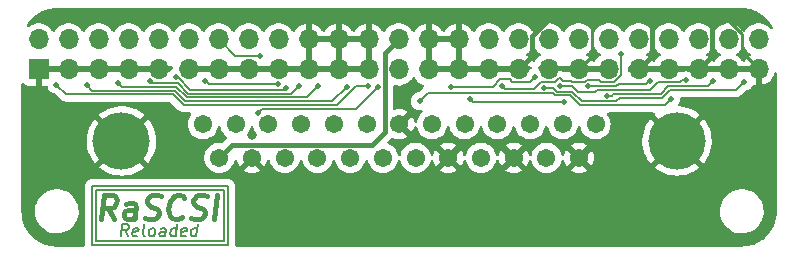
<source format=gtl>
G04 #@! TF.GenerationSoftware,KiCad,Pcbnew,(6.0.4)*
G04 #@! TF.CreationDate,2022-09-08T16:08:29-05:00*
G04 #@! TF.ProjectId,daisy_chain_board,64616973-795f-4636-9861-696e5f626f61,rev?*
G04 #@! TF.SameCoordinates,Original*
G04 #@! TF.FileFunction,Copper,L1,Top*
G04 #@! TF.FilePolarity,Positive*
%FSLAX46Y46*%
G04 Gerber Fmt 4.6, Leading zero omitted, Abs format (unit mm)*
G04 Created by KiCad (PCBNEW (6.0.4)) date 2022-09-08 16:08:29*
%MOMM*%
%LPD*%
G01*
G04 APERTURE LIST*
G04 #@! TA.AperFunction,NonConductor*
%ADD10C,0.200000*%
G04 #@! TD*
%ADD11C,0.150000*%
G04 #@! TA.AperFunction,NonConductor*
%ADD12C,0.150000*%
G04 #@! TD*
%ADD13C,0.400000*%
G04 #@! TA.AperFunction,NonConductor*
%ADD14C,0.400000*%
G04 #@! TD*
G04 #@! TA.AperFunction,ComponentPad*
%ADD15R,1.700000X1.700000*%
G04 #@! TD*
G04 #@! TA.AperFunction,ComponentPad*
%ADD16O,1.700000X1.700000*%
G04 #@! TD*
G04 #@! TA.AperFunction,ComponentPad*
%ADD17C,1.545000*%
G04 #@! TD*
G04 #@! TA.AperFunction,ComponentPad*
%ADD18C,4.845000*%
G04 #@! TD*
G04 #@! TA.AperFunction,ViaPad*
%ADD19C,0.800000*%
G04 #@! TD*
G04 #@! TA.AperFunction,ViaPad*
%ADD20C,0.500000*%
G04 #@! TD*
G04 #@! TA.AperFunction,Conductor*
%ADD21C,0.400000*%
G04 #@! TD*
G04 #@! TA.AperFunction,Conductor*
%ADD22C,0.250000*%
G04 #@! TD*
G04 #@! TA.AperFunction,Conductor*
%ADD23C,0.200000*%
G04 #@! TD*
G04 #@! TA.AperFunction,Conductor*
%ADD24C,0.150000*%
G04 #@! TD*
G04 APERTURE END LIST*
D10*
X181000000Y-92900000D02*
X192520000Y-92900000D01*
X192520000Y-92900000D02*
X192520000Y-97860000D01*
X192520000Y-97860000D02*
X181000000Y-97860000D01*
X181000000Y-97860000D02*
X181000000Y-92900000D01*
X181305000Y-93210000D02*
X192195000Y-93210000D01*
X192195000Y-93210000D02*
X192195000Y-97530000D01*
X192195000Y-97530000D02*
X181305000Y-97530000D01*
X181305000Y-97530000D02*
X181305000Y-93210000D01*
D11*
D12*
X184013279Y-97100380D02*
X183739470Y-96624190D01*
X183441851Y-97100380D02*
X183566851Y-96100380D01*
X183947803Y-96100380D01*
X184037089Y-96148000D01*
X184078755Y-96195619D01*
X184114470Y-96290857D01*
X184096613Y-96433714D01*
X184037089Y-96528952D01*
X183983517Y-96576571D01*
X183882327Y-96624190D01*
X183501375Y-96624190D01*
X184828755Y-97052761D02*
X184727565Y-97100380D01*
X184537089Y-97100380D01*
X184447803Y-97052761D01*
X184412089Y-96957523D01*
X184459708Y-96576571D01*
X184519232Y-96481333D01*
X184620422Y-96433714D01*
X184810898Y-96433714D01*
X184900184Y-96481333D01*
X184935898Y-96576571D01*
X184923994Y-96671809D01*
X184435898Y-96767047D01*
X185441851Y-97100380D02*
X185352565Y-97052761D01*
X185316851Y-96957523D01*
X185423994Y-96100380D01*
X185965660Y-97100380D02*
X185876375Y-97052761D01*
X185834708Y-97005142D01*
X185798994Y-96909904D01*
X185834708Y-96624190D01*
X185894232Y-96528952D01*
X185947803Y-96481333D01*
X186048994Y-96433714D01*
X186191851Y-96433714D01*
X186281136Y-96481333D01*
X186322803Y-96528952D01*
X186358517Y-96624190D01*
X186322803Y-96909904D01*
X186263279Y-97005142D01*
X186209708Y-97052761D01*
X186108517Y-97100380D01*
X185965660Y-97100380D01*
X187156136Y-97100380D02*
X187221613Y-96576571D01*
X187185898Y-96481333D01*
X187096613Y-96433714D01*
X186906136Y-96433714D01*
X186804946Y-96481333D01*
X187162089Y-97052761D02*
X187060898Y-97100380D01*
X186822803Y-97100380D01*
X186733517Y-97052761D01*
X186697803Y-96957523D01*
X186709708Y-96862285D01*
X186769232Y-96767047D01*
X186870422Y-96719428D01*
X187108517Y-96719428D01*
X187209708Y-96671809D01*
X188060898Y-97100380D02*
X188185898Y-96100380D01*
X188066851Y-97052761D02*
X187965660Y-97100380D01*
X187775184Y-97100380D01*
X187685898Y-97052761D01*
X187644232Y-97005142D01*
X187608517Y-96909904D01*
X187644232Y-96624190D01*
X187703755Y-96528952D01*
X187757327Y-96481333D01*
X187858517Y-96433714D01*
X188048994Y-96433714D01*
X188138279Y-96481333D01*
X188923994Y-97052761D02*
X188822803Y-97100380D01*
X188632327Y-97100380D01*
X188543041Y-97052761D01*
X188507327Y-96957523D01*
X188554946Y-96576571D01*
X188614470Y-96481333D01*
X188715660Y-96433714D01*
X188906136Y-96433714D01*
X188995422Y-96481333D01*
X189031136Y-96576571D01*
X189019232Y-96671809D01*
X188531136Y-96767047D01*
X189822803Y-97100380D02*
X189947803Y-96100380D01*
X189828755Y-97052761D02*
X189727565Y-97100380D01*
X189537089Y-97100380D01*
X189447803Y-97052761D01*
X189406136Y-97005142D01*
X189370422Y-96909904D01*
X189406136Y-96624190D01*
X189465660Y-96528952D01*
X189519232Y-96481333D01*
X189620422Y-96433714D01*
X189810898Y-96433714D01*
X189900184Y-96481333D01*
D13*
D14*
X182870988Y-95647761D02*
X182323369Y-94695380D01*
X181728130Y-95647761D02*
X181978130Y-93647761D01*
X182740035Y-93647761D01*
X182918607Y-93743000D01*
X183001940Y-93838238D01*
X183073369Y-94028714D01*
X183037654Y-94314428D01*
X182918607Y-94504904D01*
X182811464Y-94600142D01*
X182609083Y-94695380D01*
X181847178Y-94695380D01*
X184585273Y-95647761D02*
X184716226Y-94600142D01*
X184644797Y-94409666D01*
X184466226Y-94314428D01*
X184085273Y-94314428D01*
X183882892Y-94409666D01*
X184597178Y-95552523D02*
X184394797Y-95647761D01*
X183918607Y-95647761D01*
X183740035Y-95552523D01*
X183668607Y-95362047D01*
X183692416Y-95171571D01*
X183811464Y-94981095D01*
X184013845Y-94885857D01*
X184490035Y-94885857D01*
X184692416Y-94790619D01*
X185454321Y-95552523D02*
X185728130Y-95647761D01*
X186204321Y-95647761D01*
X186406702Y-95552523D01*
X186513845Y-95457285D01*
X186632892Y-95266809D01*
X186656702Y-95076333D01*
X186585273Y-94885857D01*
X186501940Y-94790619D01*
X186323369Y-94695380D01*
X185954321Y-94600142D01*
X185775750Y-94504904D01*
X185692416Y-94409666D01*
X185620988Y-94219190D01*
X185644797Y-94028714D01*
X185763845Y-93838238D01*
X185870988Y-93743000D01*
X186073369Y-93647761D01*
X186549559Y-93647761D01*
X186823369Y-93743000D01*
X188609083Y-95457285D02*
X188501940Y-95552523D01*
X188204321Y-95647761D01*
X188013845Y-95647761D01*
X187740035Y-95552523D01*
X187573369Y-95362047D01*
X187501940Y-95171571D01*
X187454321Y-94790619D01*
X187490035Y-94504904D01*
X187632892Y-94123952D01*
X187751940Y-93933476D01*
X187966226Y-93743000D01*
X188263845Y-93647761D01*
X188454321Y-93647761D01*
X188728130Y-93743000D01*
X188811464Y-93838238D01*
X189359083Y-95552523D02*
X189632892Y-95647761D01*
X190109083Y-95647761D01*
X190311464Y-95552523D01*
X190418607Y-95457285D01*
X190537654Y-95266809D01*
X190561464Y-95076333D01*
X190490035Y-94885857D01*
X190406702Y-94790619D01*
X190228130Y-94695380D01*
X189859083Y-94600142D01*
X189680511Y-94504904D01*
X189597178Y-94409666D01*
X189525750Y-94219190D01*
X189549559Y-94028714D01*
X189668607Y-93838238D01*
X189775750Y-93743000D01*
X189978130Y-93647761D01*
X190454321Y-93647761D01*
X190728130Y-93743000D01*
X191347178Y-95647761D02*
X191597178Y-93647761D01*
D15*
X176466500Y-82994500D03*
D16*
X176466500Y-80454500D03*
X179006500Y-82994500D03*
X179006500Y-80454500D03*
X181546500Y-82994500D03*
X181546500Y-80454500D03*
X184086500Y-82994500D03*
X184086500Y-80454500D03*
X186626500Y-82994500D03*
X186626500Y-80454500D03*
X189166500Y-82994500D03*
X189166500Y-80454500D03*
X191706500Y-82994500D03*
X191706500Y-80454500D03*
X194246500Y-82994500D03*
X194246500Y-80454500D03*
X196786500Y-82994500D03*
X196786500Y-80454500D03*
X199326500Y-82994500D03*
X199326500Y-80454500D03*
X201866500Y-82994500D03*
X201866500Y-80454500D03*
X204406500Y-82994500D03*
X204406500Y-80454500D03*
X206946500Y-82994500D03*
X206946500Y-80454500D03*
X209486500Y-82994500D03*
X209486500Y-80454500D03*
X212026500Y-82994500D03*
X212026500Y-80454500D03*
X214566500Y-82994500D03*
X214566500Y-80454500D03*
X217106500Y-82994500D03*
X217106500Y-80454500D03*
X219646500Y-82994500D03*
X219646500Y-80454500D03*
X222186500Y-82994500D03*
X222186500Y-80454500D03*
X224726500Y-82994500D03*
X224726500Y-80454500D03*
X227266500Y-82994500D03*
X227266500Y-80454500D03*
X229806500Y-82994500D03*
X229806500Y-80454500D03*
X232346500Y-82994500D03*
X232346500Y-80454500D03*
X234886500Y-82994500D03*
X234886500Y-80454500D03*
X237426500Y-82994500D03*
X237426500Y-80454500D03*
D17*
X223620000Y-87630000D03*
X220850000Y-87630000D03*
X218080000Y-87630000D03*
X215310000Y-87630000D03*
X212540000Y-87630000D03*
X209770000Y-87630000D03*
X207000000Y-87630000D03*
X204230000Y-87630000D03*
X201460000Y-87630000D03*
X198690000Y-87630000D03*
X195920000Y-87630000D03*
X193150000Y-87630000D03*
X190380000Y-87630000D03*
X222235000Y-90470000D03*
X219465000Y-90470000D03*
X216695000Y-90470000D03*
X213925000Y-90470000D03*
X211155000Y-90470000D03*
X208385000Y-90470000D03*
X205615000Y-90470000D03*
X202845000Y-90470000D03*
X200075000Y-90470000D03*
X197305000Y-90470000D03*
X194535000Y-90470000D03*
X191765000Y-90470000D03*
D18*
X230520000Y-89050000D03*
X183480000Y-89050000D03*
D19*
X194564000Y-88519000D03*
D20*
X224619308Y-85214713D03*
X233550000Y-83950000D03*
X223017950Y-84430159D03*
X228193502Y-83950000D03*
X218470000Y-83672990D03*
X211387010Y-84484832D03*
X230028947Y-85465648D03*
X208730000Y-85670000D03*
X215740000Y-84360000D03*
X225760000Y-81720000D03*
X213012489Y-85489064D03*
X220930000Y-85750000D03*
X195060000Y-86650000D03*
X205192489Y-84485265D03*
X204320000Y-84430000D03*
X177980000Y-84280000D03*
X202550000Y-84480000D03*
X180570000Y-84330000D03*
X200150000Y-84430000D03*
X183202424Y-84102989D03*
X198480000Y-84380000D03*
X185893529Y-83978968D03*
X197420000Y-84550000D03*
X188130504Y-83651957D03*
X190580000Y-83950000D03*
X196710000Y-84234946D03*
X195173502Y-81827449D03*
X219236247Y-84548511D03*
X236200000Y-84020000D03*
X220571042Y-84385360D03*
X231254940Y-83921502D03*
D21*
X228443011Y-78443011D02*
X228300000Y-78300000D01*
X220137161Y-78300000D02*
X223500000Y-78300000D01*
D22*
X222186500Y-82994500D02*
X223288011Y-81892989D01*
D21*
X233523011Y-81817989D02*
X232346500Y-82994500D01*
D22*
X237426500Y-82994500D02*
X235988011Y-81556011D01*
D21*
X233500000Y-78300000D02*
X233523011Y-78323011D01*
X228300000Y-78300000D02*
X233500000Y-78300000D01*
X217106500Y-82994500D02*
X218283011Y-81817989D01*
X228443011Y-81817989D02*
X228443011Y-78443011D01*
D22*
X233546022Y-78300000D02*
X233523011Y-78323011D01*
D21*
X218283011Y-81817989D02*
X218283011Y-80154150D01*
D22*
X233523011Y-78323011D02*
X233700000Y-78300000D01*
D21*
X223500000Y-78300000D02*
X228300000Y-78300000D01*
X218283011Y-80154150D02*
X220137161Y-78300000D01*
X233523011Y-78323011D02*
X233523011Y-81817989D01*
X227266500Y-82994500D02*
X228443011Y-81817989D01*
D22*
X223288011Y-78511989D02*
X223500000Y-78300000D01*
X235988011Y-81556011D02*
X235988011Y-79998238D01*
X223288011Y-81892989D02*
X223288011Y-78511989D01*
X233700000Y-78300000D02*
X233546022Y-78300000D01*
X235988011Y-79998238D02*
X234312784Y-78323011D01*
X234312784Y-78323011D02*
X233523011Y-78323011D01*
D23*
X229135004Y-85052534D02*
X225135040Y-85052534D01*
X233101488Y-84398512D02*
X229789026Y-84398512D01*
X229789026Y-84398512D02*
X229135004Y-85052534D01*
X233550000Y-83950000D02*
X233101488Y-84398512D01*
X224972861Y-85214713D02*
X224619308Y-85214713D01*
X225135040Y-85052534D02*
X224972861Y-85214713D01*
X225378913Y-84398512D02*
X223403150Y-84398512D01*
X225568458Y-84208967D02*
X225378913Y-84398512D01*
X228193502Y-83950000D02*
X227934535Y-84208967D01*
X223371503Y-84430159D02*
X223017950Y-84430159D01*
X223403150Y-84398512D02*
X223371503Y-84430159D01*
X227934535Y-84208967D02*
X225568458Y-84208967D01*
X218071489Y-84071501D02*
X216589539Y-84071501D01*
X216589539Y-84071501D02*
X216341027Y-83822989D01*
X215571049Y-83822989D02*
X214909206Y-84484832D01*
X214909206Y-84484832D02*
X211387010Y-84484832D01*
X218470000Y-83672990D02*
X218071489Y-84071501D01*
X216341027Y-83822989D02*
X215571049Y-83822989D01*
X219980245Y-84962989D02*
X220015069Y-84997814D01*
X209437011Y-84962989D02*
X218944761Y-84962989D01*
X218944761Y-84962989D02*
X219007285Y-85025513D01*
X219007285Y-85025513D02*
X219465209Y-85025513D01*
X222276984Y-86021022D02*
X229473573Y-86021022D01*
X219465209Y-85025513D02*
X219527733Y-84962989D01*
X219527733Y-84962989D02*
X219980245Y-84962989D01*
X220206628Y-85189373D02*
X221445335Y-85189373D01*
X208730000Y-85670000D02*
X209437011Y-84962989D01*
X229473573Y-86021022D02*
X230028947Y-85465648D01*
X221445335Y-85189373D02*
X222276984Y-86021022D01*
X220015069Y-84997814D02*
X220206628Y-85189373D01*
X220498628Y-83736334D02*
X220582489Y-83736334D01*
X222703461Y-84071501D02*
X222897065Y-83877897D01*
X218978514Y-84071501D02*
X220163461Y-84071501D01*
X221669539Y-84071501D02*
X222703461Y-84071501D01*
X225206903Y-84071501D02*
X225546447Y-83731957D01*
D24*
X225546447Y-83731957D02*
X225778501Y-83499903D01*
D23*
X221584509Y-83986471D02*
X221669539Y-84071501D01*
D24*
X225778501Y-82092054D02*
X225760000Y-82073553D01*
D23*
X223913650Y-83877897D02*
X224107254Y-84071501D01*
D24*
X225778501Y-83499903D02*
X225778501Y-82092054D01*
D23*
X220163461Y-84071501D02*
X220498628Y-83736334D01*
X220832626Y-83986471D02*
X221584509Y-83986471D01*
X220582489Y-83736334D02*
X220832626Y-83986471D01*
X218440016Y-84609999D02*
X218978514Y-84071501D01*
D24*
X225760000Y-82073553D02*
X225760000Y-81720000D01*
D23*
X215740000Y-84360000D02*
X215989999Y-84609999D01*
X222897065Y-83877897D02*
X223913650Y-83877897D01*
X224107254Y-84071501D02*
X225206903Y-84071501D01*
X215989999Y-84609999D02*
X218440016Y-84609999D01*
X213273425Y-85750000D02*
X213012489Y-85489064D01*
X220930000Y-85750000D02*
X213273425Y-85750000D01*
X203330745Y-86347009D02*
X205192489Y-84485265D01*
X195362991Y-86347009D02*
X203330745Y-86347009D01*
X195060000Y-86650000D02*
X195362991Y-86347009D01*
X188748188Y-86019999D02*
X201715963Y-86019999D01*
X203305962Y-84430000D02*
X204320000Y-84430000D01*
X187838188Y-85110000D02*
X188748188Y-86019999D01*
X178810000Y-85110000D02*
X187838188Y-85110000D01*
X201715963Y-86019999D02*
X203305962Y-84430000D01*
X177980000Y-84280000D02*
X178810000Y-85110000D01*
X181022989Y-84782989D02*
X187973640Y-84782989D01*
X180570000Y-84330000D02*
X181022989Y-84782989D01*
X201337011Y-85692989D02*
X202550000Y-84480000D01*
X188883639Y-85692989D02*
X201337011Y-85692989D01*
X187973640Y-84782989D02*
X188883639Y-85692989D01*
X189019089Y-85365978D02*
X188109092Y-84455978D01*
X200150000Y-84430000D02*
X199214022Y-85365978D01*
X183555413Y-84455978D02*
X183202424Y-84102989D01*
X199214022Y-85365978D02*
X189019089Y-85365978D01*
X188109092Y-84455978D02*
X183555413Y-84455978D01*
X197821033Y-85038967D02*
X189154540Y-85038967D01*
X188244544Y-84128967D02*
X186043528Y-84128967D01*
X198480000Y-84380000D02*
X197821033Y-85038967D01*
X189154540Y-85038967D02*
X188244544Y-84128967D01*
X186043528Y-84128967D02*
X185893529Y-83978968D01*
X197258044Y-84711956D02*
X189289992Y-84711956D01*
X197420000Y-84550000D02*
X197258044Y-84711956D01*
X189289992Y-84711956D02*
X188229993Y-83651957D01*
X188229993Y-83651957D02*
X188130504Y-83651957D01*
X190580000Y-83950000D02*
X190864946Y-84234946D01*
X190864946Y-84234946D02*
X196710000Y-84234946D01*
X191706500Y-80454500D02*
X193079449Y-81827449D01*
X193079449Y-81827449D02*
X195173502Y-81827449D01*
X225663901Y-85379545D02*
X225351732Y-85691714D01*
X220028229Y-84548511D02*
X219236247Y-84548511D01*
X235494477Y-84725523D02*
X229934477Y-84725523D01*
X222480139Y-85691714D02*
X221650787Y-84862362D01*
X225351732Y-85691714D02*
X222480139Y-85691714D01*
X236200000Y-84020000D02*
X235494477Y-84725523D01*
X221650787Y-84862362D02*
X220342080Y-84862362D01*
X229280455Y-85379545D02*
X225663901Y-85379545D01*
X220342080Y-84862362D02*
X220028229Y-84548511D01*
X229934477Y-84725523D02*
X229280455Y-85379545D01*
X228246051Y-84725523D02*
X223737449Y-84725523D01*
X230751388Y-84071501D02*
X228900073Y-84071501D01*
X220953795Y-84414560D02*
X220924595Y-84385360D01*
X221665448Y-84414560D02*
X220953795Y-84414560D01*
X223555812Y-84907160D02*
X222158048Y-84907160D01*
X228900073Y-84071501D02*
X228246051Y-84725523D01*
X220924595Y-84385360D02*
X220571042Y-84385360D01*
X223737449Y-84725523D02*
X223555812Y-84907160D01*
X231254940Y-83921502D02*
X230901387Y-83921502D01*
X230901387Y-83921502D02*
X230751388Y-84071501D01*
X222158048Y-84907160D02*
X221665448Y-84414560D01*
D21*
X191766600Y-90470000D02*
X192866101Y-89370499D01*
X205769499Y-88330501D02*
X205769499Y-81631501D01*
X205769499Y-81631501D02*
X206946500Y-80454500D01*
X204729501Y-89370499D02*
X205769499Y-88330501D01*
X192866101Y-89370499D02*
X204729501Y-89370499D01*
G04 #@! TA.AperFunction,Conductor*
G36*
X187787263Y-82760502D02*
G01*
X187833756Y-82814158D01*
X187843860Y-82884432D01*
X187814366Y-82949012D01*
X187785164Y-82973817D01*
X187666575Y-83046774D01*
X187666571Y-83046777D01*
X187660570Y-83050469D01*
X187648707Y-83062086D01*
X187549686Y-83159056D01*
X187538990Y-83169530D01*
X187535179Y-83175443D01*
X187535176Y-83175447D01*
X187525312Y-83190754D01*
X187471598Y-83237180D01*
X187419400Y-83248500D01*
X186125157Y-83248500D01*
X186082890Y-83241199D01*
X186076456Y-83238908D01*
X186067829Y-83235836D01*
X185898858Y-83215688D01*
X185891855Y-83216424D01*
X185891854Y-83216424D01*
X185736630Y-83232738D01*
X185736626Y-83232739D01*
X185729622Y-83233475D01*
X185715032Y-83238442D01*
X185705232Y-83241778D01*
X185664627Y-83248500D01*
X176738615Y-83248500D01*
X176723376Y-83252975D01*
X176722171Y-83254365D01*
X176720500Y-83262048D01*
X176720500Y-84334384D01*
X176724975Y-84349623D01*
X176726365Y-84350828D01*
X176734048Y-84352499D01*
X177113832Y-84352499D01*
X177181953Y-84372501D01*
X177228446Y-84426157D01*
X177233390Y-84438727D01*
X177261748Y-84523973D01*
X177287094Y-84600167D01*
X177290741Y-84606189D01*
X177290742Y-84606191D01*
X177356715Y-84715124D01*
X177375246Y-84745723D01*
X177493455Y-84868132D01*
X177524981Y-84888762D01*
X177583076Y-84926778D01*
X177635846Y-84961310D01*
X177642450Y-84963766D01*
X177642452Y-84963767D01*
X177788731Y-85018168D01*
X177788733Y-85018169D01*
X177795341Y-85020626D01*
X177802326Y-85021558D01*
X177802330Y-85021559D01*
X177822710Y-85024278D01*
X177827770Y-85024953D01*
X177892648Y-85053788D01*
X177900202Y-85060751D01*
X178345685Y-85506234D01*
X178356552Y-85518625D01*
X178376013Y-85543987D01*
X178407925Y-85568474D01*
X178407928Y-85568477D01*
X178503124Y-85641524D01*
X178510754Y-85644684D01*
X178510755Y-85644685D01*
X178552708Y-85662062D01*
X178562901Y-85666284D01*
X178651150Y-85702838D01*
X178770115Y-85718500D01*
X178770120Y-85718500D01*
X178770129Y-85718501D01*
X178801812Y-85722672D01*
X178810000Y-85723750D01*
X178841693Y-85719578D01*
X178858136Y-85718500D01*
X187533948Y-85718500D01*
X187602069Y-85738502D01*
X187623043Y-85755404D01*
X188283876Y-86416236D01*
X188294743Y-86428628D01*
X188314201Y-86453986D01*
X188346113Y-86478473D01*
X188346117Y-86478477D01*
X188346147Y-86478500D01*
X188346152Y-86478504D01*
X188352369Y-86483274D01*
X188391281Y-86513132D01*
X188441313Y-86551523D01*
X188589338Y-86612837D01*
X188597109Y-86613860D01*
X188597523Y-86613915D01*
X188597525Y-86613915D01*
X188740001Y-86632672D01*
X188748189Y-86633750D01*
X188756377Y-86632672D01*
X188779886Y-86629577D01*
X188796332Y-86628499D01*
X189275403Y-86628499D01*
X189343524Y-86648501D01*
X189390017Y-86702157D01*
X189400121Y-86772431D01*
X189378616Y-86826770D01*
X189269541Y-86982545D01*
X189269540Y-86982547D01*
X189266384Y-86987054D01*
X189264061Y-86992036D01*
X189264058Y-86992041D01*
X189197508Y-87134759D01*
X189171656Y-87190199D01*
X189113643Y-87406707D01*
X189094107Y-87630000D01*
X189113643Y-87853293D01*
X189171656Y-88069801D01*
X189173978Y-88074782D01*
X189173979Y-88074783D01*
X189264058Y-88267959D01*
X189264061Y-88267964D01*
X189266384Y-88272946D01*
X189269540Y-88277453D01*
X189269541Y-88277455D01*
X189384313Y-88441366D01*
X189394949Y-88456556D01*
X189553444Y-88615051D01*
X189557952Y-88618208D01*
X189557955Y-88618210D01*
X189593452Y-88643065D01*
X189737053Y-88743616D01*
X189742035Y-88745939D01*
X189742040Y-88745942D01*
X189935217Y-88836021D01*
X189940199Y-88838344D01*
X189945507Y-88839766D01*
X189945509Y-88839767D01*
X190151392Y-88894933D01*
X190151394Y-88894933D01*
X190156707Y-88896357D01*
X190380000Y-88915893D01*
X190603293Y-88896357D01*
X190608606Y-88894933D01*
X190608608Y-88894933D01*
X190814491Y-88839767D01*
X190814493Y-88839766D01*
X190819801Y-88838344D01*
X190824783Y-88836021D01*
X191017960Y-88745942D01*
X191017965Y-88745939D01*
X191022947Y-88743616D01*
X191166548Y-88643065D01*
X191202045Y-88618210D01*
X191202048Y-88618208D01*
X191206556Y-88615051D01*
X191365051Y-88456556D01*
X191375688Y-88441366D01*
X191490459Y-88277455D01*
X191490460Y-88277453D01*
X191493616Y-88272946D01*
X191495939Y-88267964D01*
X191495942Y-88267959D01*
X191586021Y-88074783D01*
X191586022Y-88074782D01*
X191588344Y-88069801D01*
X191643293Y-87864728D01*
X191680245Y-87804105D01*
X191744105Y-87773084D01*
X191814600Y-87781512D01*
X191869347Y-87826715D01*
X191886707Y-87864728D01*
X191941656Y-88069801D01*
X191943978Y-88074782D01*
X191943979Y-88074783D01*
X192034058Y-88267959D01*
X192034061Y-88267964D01*
X192036384Y-88272946D01*
X192039540Y-88277453D01*
X192039541Y-88277455D01*
X192154313Y-88441366D01*
X192164949Y-88456556D01*
X192323444Y-88615051D01*
X192327952Y-88618208D01*
X192327955Y-88618210D01*
X192371678Y-88648825D01*
X192416006Y-88704282D01*
X192423315Y-88774902D01*
X192393483Y-88835857D01*
X192352666Y-88881669D01*
X192347685Y-88886945D01*
X192069099Y-89165531D01*
X192006787Y-89199557D01*
X191969022Y-89201957D01*
X191941591Y-89199557D01*
X191765000Y-89184107D01*
X191541707Y-89203643D01*
X191536394Y-89205067D01*
X191536392Y-89205067D01*
X191330509Y-89260233D01*
X191330507Y-89260234D01*
X191325199Y-89261656D01*
X191320218Y-89263978D01*
X191320217Y-89263979D01*
X191127041Y-89354058D01*
X191127036Y-89354061D01*
X191122054Y-89356384D01*
X191117547Y-89359540D01*
X191117545Y-89359541D01*
X190942955Y-89481790D01*
X190942952Y-89481792D01*
X190938444Y-89484949D01*
X190779949Y-89643444D01*
X190776792Y-89647952D01*
X190776790Y-89647955D01*
X190686059Y-89777533D01*
X190651384Y-89827054D01*
X190649061Y-89832036D01*
X190649058Y-89832041D01*
X190558979Y-90025217D01*
X190556656Y-90030199D01*
X190555234Y-90035507D01*
X190555233Y-90035509D01*
X190520306Y-90165859D01*
X190498643Y-90246707D01*
X190479107Y-90470000D01*
X190498643Y-90693293D01*
X190500067Y-90698606D01*
X190500067Y-90698608D01*
X190536490Y-90834539D01*
X190556656Y-90909801D01*
X190558978Y-90914782D01*
X190558979Y-90914783D01*
X190649058Y-91107959D01*
X190649061Y-91107964D01*
X190651384Y-91112946D01*
X190654540Y-91117453D01*
X190654541Y-91117455D01*
X190771432Y-91284392D01*
X190779949Y-91296556D01*
X190938444Y-91455051D01*
X190942952Y-91458208D01*
X190942955Y-91458210D01*
X191019256Y-91511636D01*
X191122053Y-91583616D01*
X191127035Y-91585939D01*
X191127040Y-91585942D01*
X191319205Y-91675549D01*
X191325199Y-91678344D01*
X191330507Y-91679766D01*
X191330509Y-91679767D01*
X191536392Y-91734933D01*
X191536394Y-91734933D01*
X191541707Y-91736357D01*
X191765000Y-91755893D01*
X191988293Y-91736357D01*
X191993606Y-91734933D01*
X191993608Y-91734933D01*
X192199491Y-91679767D01*
X192199493Y-91679766D01*
X192204801Y-91678344D01*
X192210795Y-91675549D01*
X192402960Y-91585942D01*
X192402965Y-91585939D01*
X192407947Y-91583616D01*
X192475498Y-91536316D01*
X193833238Y-91536316D01*
X193842532Y-91548330D01*
X193887796Y-91580024D01*
X193897291Y-91585507D01*
X194090388Y-91675549D01*
X194100680Y-91679295D01*
X194306479Y-91734439D01*
X194317274Y-91736342D01*
X194529525Y-91754912D01*
X194540475Y-91754912D01*
X194752726Y-91736342D01*
X194763521Y-91734439D01*
X194969320Y-91679295D01*
X194979612Y-91675549D01*
X195172709Y-91585507D01*
X195182204Y-91580024D01*
X195228302Y-91547746D01*
X195236678Y-91537267D01*
X195229611Y-91523822D01*
X194547811Y-90842021D01*
X194533868Y-90834408D01*
X194532034Y-90834539D01*
X194525420Y-90838790D01*
X193839665Y-91524546D01*
X193833238Y-91536316D01*
X192475498Y-91536316D01*
X192510744Y-91511636D01*
X192587045Y-91458210D01*
X192587048Y-91458208D01*
X192591556Y-91455051D01*
X192750051Y-91296556D01*
X192758569Y-91284392D01*
X192875459Y-91117455D01*
X192875460Y-91117453D01*
X192878616Y-91112946D01*
X192880939Y-91107964D01*
X192880942Y-91107959D01*
X192971021Y-90914783D01*
X192971022Y-90914782D01*
X192973344Y-90909801D01*
X192991506Y-90842021D01*
X193028552Y-90703763D01*
X193065504Y-90643140D01*
X193129365Y-90612119D01*
X193199859Y-90620547D01*
X193254606Y-90665750D01*
X193271966Y-90703763D01*
X193325705Y-90904320D01*
X193329451Y-90914612D01*
X193419496Y-91107714D01*
X193424974Y-91117200D01*
X193457254Y-91163302D01*
X193467732Y-91171677D01*
X193481180Y-91164609D01*
X194445905Y-90199885D01*
X194508217Y-90165859D01*
X194579033Y-90170924D01*
X194624095Y-90199885D01*
X195589542Y-91165331D01*
X195601317Y-91171761D01*
X195613330Y-91162467D01*
X195645026Y-91117200D01*
X195650504Y-91107714D01*
X195740549Y-90914612D01*
X195744295Y-90904320D01*
X195798034Y-90703763D01*
X195834986Y-90643140D01*
X195898846Y-90612119D01*
X195969341Y-90620547D01*
X196024088Y-90665750D01*
X196041448Y-90703763D01*
X196078494Y-90842021D01*
X196096656Y-90909801D01*
X196098978Y-90914782D01*
X196098979Y-90914783D01*
X196189058Y-91107959D01*
X196189061Y-91107964D01*
X196191384Y-91112946D01*
X196194540Y-91117453D01*
X196194541Y-91117455D01*
X196311432Y-91284392D01*
X196319949Y-91296556D01*
X196478444Y-91455051D01*
X196482952Y-91458208D01*
X196482955Y-91458210D01*
X196559256Y-91511636D01*
X196662053Y-91583616D01*
X196667035Y-91585939D01*
X196667040Y-91585942D01*
X196859205Y-91675549D01*
X196865199Y-91678344D01*
X196870507Y-91679766D01*
X196870509Y-91679767D01*
X197076392Y-91734933D01*
X197076394Y-91734933D01*
X197081707Y-91736357D01*
X197305000Y-91755893D01*
X197528293Y-91736357D01*
X197533606Y-91734933D01*
X197533608Y-91734933D01*
X197739491Y-91679767D01*
X197739493Y-91679766D01*
X197744801Y-91678344D01*
X197750795Y-91675549D01*
X197942960Y-91585942D01*
X197942965Y-91585939D01*
X197947947Y-91583616D01*
X198050744Y-91511636D01*
X198127045Y-91458210D01*
X198127048Y-91458208D01*
X198131556Y-91455051D01*
X198290051Y-91296556D01*
X198298569Y-91284392D01*
X198415459Y-91117455D01*
X198415460Y-91117453D01*
X198418616Y-91112946D01*
X198420939Y-91107964D01*
X198420942Y-91107959D01*
X198511021Y-90914783D01*
X198511022Y-90914782D01*
X198513344Y-90909801D01*
X198533546Y-90834408D01*
X198568293Y-90704728D01*
X198605245Y-90644105D01*
X198669105Y-90613084D01*
X198739600Y-90621512D01*
X198794347Y-90666715D01*
X198811707Y-90704728D01*
X198846455Y-90834408D01*
X198866656Y-90909801D01*
X198868978Y-90914782D01*
X198868979Y-90914783D01*
X198959058Y-91107959D01*
X198959061Y-91107964D01*
X198961384Y-91112946D01*
X198964540Y-91117453D01*
X198964541Y-91117455D01*
X199081432Y-91284392D01*
X199089949Y-91296556D01*
X199248444Y-91455051D01*
X199252952Y-91458208D01*
X199252955Y-91458210D01*
X199329256Y-91511636D01*
X199432053Y-91583616D01*
X199437035Y-91585939D01*
X199437040Y-91585942D01*
X199629205Y-91675549D01*
X199635199Y-91678344D01*
X199640507Y-91679766D01*
X199640509Y-91679767D01*
X199846392Y-91734933D01*
X199846394Y-91734933D01*
X199851707Y-91736357D01*
X200075000Y-91755893D01*
X200298293Y-91736357D01*
X200303606Y-91734933D01*
X200303608Y-91734933D01*
X200509491Y-91679767D01*
X200509493Y-91679766D01*
X200514801Y-91678344D01*
X200520795Y-91675549D01*
X200712960Y-91585942D01*
X200712965Y-91585939D01*
X200717947Y-91583616D01*
X200820744Y-91511636D01*
X200897045Y-91458210D01*
X200897048Y-91458208D01*
X200901556Y-91455051D01*
X201060051Y-91296556D01*
X201068569Y-91284392D01*
X201185459Y-91117455D01*
X201185460Y-91117453D01*
X201188616Y-91112946D01*
X201190939Y-91107964D01*
X201190942Y-91107959D01*
X201281021Y-90914783D01*
X201281022Y-90914782D01*
X201283344Y-90909801D01*
X201303546Y-90834408D01*
X201338293Y-90704728D01*
X201375245Y-90644105D01*
X201439105Y-90613084D01*
X201509600Y-90621512D01*
X201564347Y-90666715D01*
X201581707Y-90704728D01*
X201616455Y-90834408D01*
X201636656Y-90909801D01*
X201638978Y-90914782D01*
X201638979Y-90914783D01*
X201729058Y-91107959D01*
X201729061Y-91107964D01*
X201731384Y-91112946D01*
X201734540Y-91117453D01*
X201734541Y-91117455D01*
X201851432Y-91284392D01*
X201859949Y-91296556D01*
X202018444Y-91455051D01*
X202022952Y-91458208D01*
X202022955Y-91458210D01*
X202099256Y-91511636D01*
X202202053Y-91583616D01*
X202207035Y-91585939D01*
X202207040Y-91585942D01*
X202399205Y-91675549D01*
X202405199Y-91678344D01*
X202410507Y-91679766D01*
X202410509Y-91679767D01*
X202616392Y-91734933D01*
X202616394Y-91734933D01*
X202621707Y-91736357D01*
X202845000Y-91755893D01*
X203068293Y-91736357D01*
X203073606Y-91734933D01*
X203073608Y-91734933D01*
X203279491Y-91679767D01*
X203279493Y-91679766D01*
X203284801Y-91678344D01*
X203290795Y-91675549D01*
X203482960Y-91585942D01*
X203482965Y-91585939D01*
X203487947Y-91583616D01*
X203590744Y-91511636D01*
X203667045Y-91458210D01*
X203667048Y-91458208D01*
X203671556Y-91455051D01*
X203830051Y-91296556D01*
X203838569Y-91284392D01*
X203955459Y-91117455D01*
X203955460Y-91117453D01*
X203958616Y-91112946D01*
X203960939Y-91107964D01*
X203960942Y-91107959D01*
X204051021Y-90914783D01*
X204051022Y-90914782D01*
X204053344Y-90909801D01*
X204073546Y-90834408D01*
X204108293Y-90704728D01*
X204145245Y-90644105D01*
X204209105Y-90613084D01*
X204279600Y-90621512D01*
X204334347Y-90666715D01*
X204351707Y-90704728D01*
X204386455Y-90834408D01*
X204406656Y-90909801D01*
X204408978Y-90914782D01*
X204408979Y-90914783D01*
X204499058Y-91107959D01*
X204499061Y-91107964D01*
X204501384Y-91112946D01*
X204504540Y-91117453D01*
X204504541Y-91117455D01*
X204621432Y-91284392D01*
X204629949Y-91296556D01*
X204788444Y-91455051D01*
X204792952Y-91458208D01*
X204792955Y-91458210D01*
X204869256Y-91511636D01*
X204972053Y-91583616D01*
X204977035Y-91585939D01*
X204977040Y-91585942D01*
X205169205Y-91675549D01*
X205175199Y-91678344D01*
X205180507Y-91679766D01*
X205180509Y-91679767D01*
X205386392Y-91734933D01*
X205386394Y-91734933D01*
X205391707Y-91736357D01*
X205615000Y-91755893D01*
X205838293Y-91736357D01*
X205843606Y-91734933D01*
X205843608Y-91734933D01*
X206049491Y-91679767D01*
X206049493Y-91679766D01*
X206054801Y-91678344D01*
X206060795Y-91675549D01*
X206252960Y-91585942D01*
X206252965Y-91585939D01*
X206257947Y-91583616D01*
X206360744Y-91511636D01*
X206437045Y-91458210D01*
X206437048Y-91458208D01*
X206441556Y-91455051D01*
X206600051Y-91296556D01*
X206608569Y-91284392D01*
X206725459Y-91117455D01*
X206725460Y-91117453D01*
X206728616Y-91112946D01*
X206730939Y-91107964D01*
X206730942Y-91107959D01*
X206821021Y-90914783D01*
X206821022Y-90914782D01*
X206823344Y-90909801D01*
X206843546Y-90834408D01*
X206878293Y-90704728D01*
X206915245Y-90644105D01*
X206979105Y-90613084D01*
X207049600Y-90621512D01*
X207104347Y-90666715D01*
X207121707Y-90704728D01*
X207156455Y-90834408D01*
X207176656Y-90909801D01*
X207178978Y-90914782D01*
X207178979Y-90914783D01*
X207269058Y-91107959D01*
X207269061Y-91107964D01*
X207271384Y-91112946D01*
X207274540Y-91117453D01*
X207274541Y-91117455D01*
X207391432Y-91284392D01*
X207399949Y-91296556D01*
X207558444Y-91455051D01*
X207562952Y-91458208D01*
X207562955Y-91458210D01*
X207639256Y-91511636D01*
X207742053Y-91583616D01*
X207747035Y-91585939D01*
X207747040Y-91585942D01*
X207939205Y-91675549D01*
X207945199Y-91678344D01*
X207950507Y-91679766D01*
X207950509Y-91679767D01*
X208156392Y-91734933D01*
X208156394Y-91734933D01*
X208161707Y-91736357D01*
X208385000Y-91755893D01*
X208608293Y-91736357D01*
X208613606Y-91734933D01*
X208613608Y-91734933D01*
X208819491Y-91679767D01*
X208819493Y-91679766D01*
X208824801Y-91678344D01*
X208830795Y-91675549D01*
X209022960Y-91585942D01*
X209022965Y-91585939D01*
X209027947Y-91583616D01*
X209095498Y-91536316D01*
X210453238Y-91536316D01*
X210462532Y-91548330D01*
X210507796Y-91580024D01*
X210517291Y-91585507D01*
X210710388Y-91675549D01*
X210720680Y-91679295D01*
X210926479Y-91734439D01*
X210937274Y-91736342D01*
X211149525Y-91754912D01*
X211160475Y-91754912D01*
X211372726Y-91736342D01*
X211383521Y-91734439D01*
X211589320Y-91679295D01*
X211599612Y-91675549D01*
X211792709Y-91585507D01*
X211802204Y-91580024D01*
X211848302Y-91547746D01*
X211856678Y-91537267D01*
X211849611Y-91523822D01*
X211167811Y-90842021D01*
X211153868Y-90834408D01*
X211152034Y-90834539D01*
X211145420Y-90838790D01*
X210459665Y-91524546D01*
X210453238Y-91536316D01*
X209095498Y-91536316D01*
X209130744Y-91511636D01*
X209207045Y-91458210D01*
X209207048Y-91458208D01*
X209211556Y-91455051D01*
X209370051Y-91296556D01*
X209378569Y-91284392D01*
X209495459Y-91117455D01*
X209495460Y-91117453D01*
X209498616Y-91112946D01*
X209500939Y-91107964D01*
X209500942Y-91107959D01*
X209591021Y-90914783D01*
X209591022Y-90914782D01*
X209593344Y-90909801D01*
X209611506Y-90842021D01*
X209648552Y-90703763D01*
X209685504Y-90643140D01*
X209749365Y-90612119D01*
X209819859Y-90620547D01*
X209874606Y-90665750D01*
X209891966Y-90703763D01*
X209945705Y-90904320D01*
X209949451Y-90914612D01*
X210039496Y-91107714D01*
X210044974Y-91117200D01*
X210077254Y-91163302D01*
X210087733Y-91171678D01*
X210101177Y-91164612D01*
X210782979Y-90482811D01*
X210789356Y-90471132D01*
X211519408Y-90471132D01*
X211519539Y-90472966D01*
X211523790Y-90479580D01*
X212209546Y-91165335D01*
X212221316Y-91171762D01*
X212233330Y-91162467D01*
X212265026Y-91117200D01*
X212270504Y-91107714D01*
X212360549Y-90914612D01*
X212364295Y-90904320D01*
X212418034Y-90703763D01*
X212454986Y-90643140D01*
X212518846Y-90612119D01*
X212589341Y-90620547D01*
X212644088Y-90665750D01*
X212661448Y-90703763D01*
X212698494Y-90842021D01*
X212716656Y-90909801D01*
X212718978Y-90914782D01*
X212718979Y-90914783D01*
X212809058Y-91107959D01*
X212809061Y-91107964D01*
X212811384Y-91112946D01*
X212814540Y-91117453D01*
X212814541Y-91117455D01*
X212931432Y-91284392D01*
X212939949Y-91296556D01*
X213098444Y-91455051D01*
X213102952Y-91458208D01*
X213102955Y-91458210D01*
X213179256Y-91511636D01*
X213282053Y-91583616D01*
X213287035Y-91585939D01*
X213287040Y-91585942D01*
X213479205Y-91675549D01*
X213485199Y-91678344D01*
X213490507Y-91679766D01*
X213490509Y-91679767D01*
X213696392Y-91734933D01*
X213696394Y-91734933D01*
X213701707Y-91736357D01*
X213925000Y-91755893D01*
X214148293Y-91736357D01*
X214153606Y-91734933D01*
X214153608Y-91734933D01*
X214359491Y-91679767D01*
X214359493Y-91679766D01*
X214364801Y-91678344D01*
X214370795Y-91675549D01*
X214562960Y-91585942D01*
X214562965Y-91585939D01*
X214567947Y-91583616D01*
X214635498Y-91536316D01*
X215993238Y-91536316D01*
X216002532Y-91548330D01*
X216047796Y-91580024D01*
X216057291Y-91585507D01*
X216250388Y-91675549D01*
X216260680Y-91679295D01*
X216466479Y-91734439D01*
X216477274Y-91736342D01*
X216689525Y-91754912D01*
X216700475Y-91754912D01*
X216912726Y-91736342D01*
X216923521Y-91734439D01*
X217129320Y-91679295D01*
X217139612Y-91675549D01*
X217332709Y-91585507D01*
X217342204Y-91580024D01*
X217388302Y-91547746D01*
X217396678Y-91537267D01*
X217389611Y-91523822D01*
X216707811Y-90842021D01*
X216693868Y-90834408D01*
X216692034Y-90834539D01*
X216685420Y-90838790D01*
X215999665Y-91524546D01*
X215993238Y-91536316D01*
X214635498Y-91536316D01*
X214670744Y-91511636D01*
X214747045Y-91458210D01*
X214747048Y-91458208D01*
X214751556Y-91455051D01*
X214910051Y-91296556D01*
X214918569Y-91284392D01*
X215035459Y-91117455D01*
X215035460Y-91117453D01*
X215038616Y-91112946D01*
X215040939Y-91107964D01*
X215040942Y-91107959D01*
X215131021Y-90914783D01*
X215131022Y-90914782D01*
X215133344Y-90909801D01*
X215151506Y-90842021D01*
X215188552Y-90703763D01*
X215225504Y-90643140D01*
X215289365Y-90612119D01*
X215359859Y-90620547D01*
X215414606Y-90665750D01*
X215431966Y-90703763D01*
X215485705Y-90904320D01*
X215489451Y-90914612D01*
X215579496Y-91107714D01*
X215584974Y-91117200D01*
X215617254Y-91163302D01*
X215627733Y-91171678D01*
X215641177Y-91164612D01*
X216322979Y-90482811D01*
X216329356Y-90471132D01*
X217059408Y-90471132D01*
X217059539Y-90472966D01*
X217063790Y-90479580D01*
X217749546Y-91165335D01*
X217761316Y-91171762D01*
X217773330Y-91162467D01*
X217805026Y-91117200D01*
X217810504Y-91107714D01*
X217900549Y-90914612D01*
X217904295Y-90904320D01*
X217958034Y-90703763D01*
X217994986Y-90643140D01*
X218058846Y-90612119D01*
X218129341Y-90620547D01*
X218184088Y-90665750D01*
X218201448Y-90703763D01*
X218238494Y-90842021D01*
X218256656Y-90909801D01*
X218258978Y-90914782D01*
X218258979Y-90914783D01*
X218349058Y-91107959D01*
X218349061Y-91107964D01*
X218351384Y-91112946D01*
X218354540Y-91117453D01*
X218354541Y-91117455D01*
X218471432Y-91284392D01*
X218479949Y-91296556D01*
X218638444Y-91455051D01*
X218642952Y-91458208D01*
X218642955Y-91458210D01*
X218719256Y-91511636D01*
X218822053Y-91583616D01*
X218827035Y-91585939D01*
X218827040Y-91585942D01*
X219019205Y-91675549D01*
X219025199Y-91678344D01*
X219030507Y-91679766D01*
X219030509Y-91679767D01*
X219236392Y-91734933D01*
X219236394Y-91734933D01*
X219241707Y-91736357D01*
X219465000Y-91755893D01*
X219688293Y-91736357D01*
X219693606Y-91734933D01*
X219693608Y-91734933D01*
X219899491Y-91679767D01*
X219899493Y-91679766D01*
X219904801Y-91678344D01*
X219910795Y-91675549D01*
X220102960Y-91585942D01*
X220102965Y-91585939D01*
X220107947Y-91583616D01*
X220175498Y-91536316D01*
X221533238Y-91536316D01*
X221542532Y-91548330D01*
X221587796Y-91580024D01*
X221597291Y-91585507D01*
X221790388Y-91675549D01*
X221800680Y-91679295D01*
X222006479Y-91734439D01*
X222017274Y-91736342D01*
X222229525Y-91754912D01*
X222240475Y-91754912D01*
X222452726Y-91736342D01*
X222463521Y-91734439D01*
X222669320Y-91679295D01*
X222679612Y-91675549D01*
X222872709Y-91585507D01*
X222882204Y-91580024D01*
X222928302Y-91547746D01*
X222936678Y-91537267D01*
X222929611Y-91523822D01*
X222702605Y-91296816D01*
X228638724Y-91296816D01*
X228638742Y-91297068D01*
X228644658Y-91305814D01*
X228669970Y-91328846D01*
X228675592Y-91333399D01*
X228944148Y-91526376D01*
X228950279Y-91530266D01*
X229239223Y-91691090D01*
X229245743Y-91694242D01*
X229551268Y-91820795D01*
X229558119Y-91823181D01*
X229876147Y-91913773D01*
X229883236Y-91915358D01*
X230209580Y-91968799D01*
X230216786Y-91969556D01*
X230547113Y-91985134D01*
X230554363Y-91985058D01*
X230884280Y-91962567D01*
X230891489Y-91961656D01*
X231216642Y-91901393D01*
X231223672Y-91899666D01*
X231539758Y-91802424D01*
X231546536Y-91799904D01*
X231849363Y-91666972D01*
X231855798Y-91663693D01*
X232141322Y-91496847D01*
X232147371Y-91492828D01*
X232393473Y-91308049D01*
X232401927Y-91296722D01*
X232395182Y-91284392D01*
X230532812Y-89422022D01*
X230518868Y-89414408D01*
X230517035Y-89414539D01*
X230510420Y-89418790D01*
X228646338Y-91282872D01*
X228638724Y-91296816D01*
X222702605Y-91296816D01*
X222247811Y-90842021D01*
X222233868Y-90834408D01*
X222232034Y-90834539D01*
X222225420Y-90838790D01*
X221539665Y-91524546D01*
X221533238Y-91536316D01*
X220175498Y-91536316D01*
X220210744Y-91511636D01*
X220287045Y-91458210D01*
X220287048Y-91458208D01*
X220291556Y-91455051D01*
X220450051Y-91296556D01*
X220458569Y-91284392D01*
X220575459Y-91117455D01*
X220575460Y-91117453D01*
X220578616Y-91112946D01*
X220580939Y-91107964D01*
X220580942Y-91107959D01*
X220671021Y-90914783D01*
X220671022Y-90914782D01*
X220673344Y-90909801D01*
X220691506Y-90842021D01*
X220728552Y-90703763D01*
X220765504Y-90643140D01*
X220829365Y-90612119D01*
X220899859Y-90620547D01*
X220954606Y-90665750D01*
X220971966Y-90703763D01*
X221025705Y-90904320D01*
X221029451Y-90914612D01*
X221119496Y-91107714D01*
X221124974Y-91117200D01*
X221157254Y-91163302D01*
X221167733Y-91171678D01*
X221181177Y-91164612D01*
X221862979Y-90482811D01*
X221869356Y-90471132D01*
X222599408Y-90471132D01*
X222599539Y-90472966D01*
X222603790Y-90479580D01*
X223289546Y-91165335D01*
X223301316Y-91171762D01*
X223313330Y-91162467D01*
X223345026Y-91117200D01*
X223350504Y-91107714D01*
X223440549Y-90914612D01*
X223444295Y-90904320D01*
X223499439Y-90698521D01*
X223501342Y-90687726D01*
X223519912Y-90475475D01*
X223519912Y-90464525D01*
X223501342Y-90252274D01*
X223499439Y-90241479D01*
X223444295Y-90035680D01*
X223440549Y-90025388D01*
X223350504Y-89832286D01*
X223345026Y-89822800D01*
X223312746Y-89776698D01*
X223302267Y-89768322D01*
X223288823Y-89775388D01*
X222607021Y-90457189D01*
X222599408Y-90471132D01*
X221869356Y-90471132D01*
X221870592Y-90468868D01*
X221870461Y-90467034D01*
X221866210Y-90460420D01*
X221180454Y-89774665D01*
X221168684Y-89768238D01*
X221156670Y-89777533D01*
X221124974Y-89822800D01*
X221119496Y-89832286D01*
X221029451Y-90025388D01*
X221025705Y-90035680D01*
X220971966Y-90236237D01*
X220935014Y-90296860D01*
X220871154Y-90327881D01*
X220800659Y-90319453D01*
X220745912Y-90274250D01*
X220728552Y-90236237D01*
X220674767Y-90035509D01*
X220674766Y-90035507D01*
X220673344Y-90030199D01*
X220671021Y-90025217D01*
X220580942Y-89832041D01*
X220580939Y-89832036D01*
X220578616Y-89827054D01*
X220543941Y-89777533D01*
X220453210Y-89647955D01*
X220453208Y-89647952D01*
X220450051Y-89643444D01*
X220291556Y-89484949D01*
X220174140Y-89402733D01*
X221533322Y-89402733D01*
X221540388Y-89416177D01*
X222222189Y-90097979D01*
X222236132Y-90105592D01*
X222237966Y-90105461D01*
X222244580Y-90101210D01*
X222930335Y-89415454D01*
X222936762Y-89403684D01*
X222927468Y-89391670D01*
X222882204Y-89359976D01*
X222872709Y-89354493D01*
X222679612Y-89264451D01*
X222669320Y-89260705D01*
X222463521Y-89205561D01*
X222452726Y-89203658D01*
X222240475Y-89185088D01*
X222229525Y-89185088D01*
X222017274Y-89203658D01*
X222006479Y-89205561D01*
X221800680Y-89260705D01*
X221790388Y-89264451D01*
X221597286Y-89354496D01*
X221587800Y-89359974D01*
X221541698Y-89392254D01*
X221533322Y-89402733D01*
X220174140Y-89402733D01*
X220107947Y-89356384D01*
X220102965Y-89354061D01*
X220102960Y-89354058D01*
X219909783Y-89263979D01*
X219909782Y-89263979D01*
X219904801Y-89261656D01*
X219899493Y-89260234D01*
X219899491Y-89260233D01*
X219693608Y-89205067D01*
X219693606Y-89205067D01*
X219688293Y-89203643D01*
X219465000Y-89184107D01*
X219241707Y-89203643D01*
X219236394Y-89205067D01*
X219236392Y-89205067D01*
X219030509Y-89260233D01*
X219030507Y-89260234D01*
X219025199Y-89261656D01*
X219020218Y-89263978D01*
X219020217Y-89263979D01*
X218827041Y-89354058D01*
X218827036Y-89354061D01*
X218822054Y-89356384D01*
X218817547Y-89359540D01*
X218817545Y-89359541D01*
X218642955Y-89481790D01*
X218642952Y-89481792D01*
X218638444Y-89484949D01*
X218479949Y-89643444D01*
X218476792Y-89647952D01*
X218476790Y-89647955D01*
X218386059Y-89777533D01*
X218351384Y-89827054D01*
X218349061Y-89832036D01*
X218349058Y-89832041D01*
X218258979Y-90025217D01*
X218256656Y-90030199D01*
X218255234Y-90035507D01*
X218255233Y-90035509D01*
X218201448Y-90236237D01*
X218164496Y-90296860D01*
X218100635Y-90327881D01*
X218030141Y-90319453D01*
X217975394Y-90274250D01*
X217958034Y-90236237D01*
X217904295Y-90035680D01*
X217900549Y-90025388D01*
X217810504Y-89832286D01*
X217805026Y-89822800D01*
X217772746Y-89776698D01*
X217762267Y-89768322D01*
X217748823Y-89775388D01*
X217067021Y-90457189D01*
X217059408Y-90471132D01*
X216329356Y-90471132D01*
X216330592Y-90468868D01*
X216330461Y-90467034D01*
X216326210Y-90460420D01*
X215640454Y-89774665D01*
X215628684Y-89768238D01*
X215616670Y-89777533D01*
X215584974Y-89822800D01*
X215579496Y-89832286D01*
X215489451Y-90025388D01*
X215485705Y-90035680D01*
X215431966Y-90236237D01*
X215395014Y-90296860D01*
X215331154Y-90327881D01*
X215260659Y-90319453D01*
X215205912Y-90274250D01*
X215188552Y-90236237D01*
X215134767Y-90035509D01*
X215134766Y-90035507D01*
X215133344Y-90030199D01*
X215131021Y-90025217D01*
X215040942Y-89832041D01*
X215040939Y-89832036D01*
X215038616Y-89827054D01*
X215003941Y-89777533D01*
X214913210Y-89647955D01*
X214913208Y-89647952D01*
X214910051Y-89643444D01*
X214751556Y-89484949D01*
X214634140Y-89402733D01*
X215993322Y-89402733D01*
X216000388Y-89416177D01*
X216682189Y-90097979D01*
X216696132Y-90105592D01*
X216697966Y-90105461D01*
X216704580Y-90101210D01*
X217390335Y-89415454D01*
X217396762Y-89403684D01*
X217387468Y-89391670D01*
X217342204Y-89359976D01*
X217332709Y-89354493D01*
X217139612Y-89264451D01*
X217129320Y-89260705D01*
X216923521Y-89205561D01*
X216912726Y-89203658D01*
X216700475Y-89185088D01*
X216689525Y-89185088D01*
X216477274Y-89203658D01*
X216466479Y-89205561D01*
X216260680Y-89260705D01*
X216250388Y-89264451D01*
X216057286Y-89354496D01*
X216047800Y-89359974D01*
X216001698Y-89392254D01*
X215993322Y-89402733D01*
X214634140Y-89402733D01*
X214567947Y-89356384D01*
X214562965Y-89354061D01*
X214562960Y-89354058D01*
X214369783Y-89263979D01*
X214369782Y-89263979D01*
X214364801Y-89261656D01*
X214359493Y-89260234D01*
X214359491Y-89260233D01*
X214153608Y-89205067D01*
X214153606Y-89205067D01*
X214148293Y-89203643D01*
X213925000Y-89184107D01*
X213701707Y-89203643D01*
X213696394Y-89205067D01*
X213696392Y-89205067D01*
X213490509Y-89260233D01*
X213490507Y-89260234D01*
X213485199Y-89261656D01*
X213480218Y-89263978D01*
X213480217Y-89263979D01*
X213287041Y-89354058D01*
X213287036Y-89354061D01*
X213282054Y-89356384D01*
X213277547Y-89359540D01*
X213277545Y-89359541D01*
X213102955Y-89481790D01*
X213102952Y-89481792D01*
X213098444Y-89484949D01*
X212939949Y-89643444D01*
X212936792Y-89647952D01*
X212936790Y-89647955D01*
X212846059Y-89777533D01*
X212811384Y-89827054D01*
X212809061Y-89832036D01*
X212809058Y-89832041D01*
X212718979Y-90025217D01*
X212716656Y-90030199D01*
X212715234Y-90035507D01*
X212715233Y-90035509D01*
X212661448Y-90236237D01*
X212624496Y-90296860D01*
X212560635Y-90327881D01*
X212490141Y-90319453D01*
X212435394Y-90274250D01*
X212418034Y-90236237D01*
X212364295Y-90035680D01*
X212360549Y-90025388D01*
X212270504Y-89832286D01*
X212265026Y-89822800D01*
X212232746Y-89776698D01*
X212222267Y-89768322D01*
X212208823Y-89775388D01*
X211527021Y-90457189D01*
X211519408Y-90471132D01*
X210789356Y-90471132D01*
X210790592Y-90468868D01*
X210790461Y-90467034D01*
X210786210Y-90460420D01*
X210100454Y-89774665D01*
X210088684Y-89768238D01*
X210076670Y-89777533D01*
X210044974Y-89822800D01*
X210039496Y-89832286D01*
X209949451Y-90025388D01*
X209945705Y-90035680D01*
X209891966Y-90236237D01*
X209855014Y-90296860D01*
X209791154Y-90327881D01*
X209720659Y-90319453D01*
X209665912Y-90274250D01*
X209648552Y-90236237D01*
X209594767Y-90035509D01*
X209594766Y-90035507D01*
X209593344Y-90030199D01*
X209591021Y-90025217D01*
X209500942Y-89832041D01*
X209500939Y-89832036D01*
X209498616Y-89827054D01*
X209463941Y-89777533D01*
X209373210Y-89647955D01*
X209373208Y-89647952D01*
X209370051Y-89643444D01*
X209211556Y-89484949D01*
X209094140Y-89402733D01*
X210453322Y-89402733D01*
X210460388Y-89416177D01*
X211142189Y-90097979D01*
X211156132Y-90105592D01*
X211157966Y-90105461D01*
X211164580Y-90101210D01*
X211850335Y-89415454D01*
X211856762Y-89403684D01*
X211847468Y-89391670D01*
X211802204Y-89359976D01*
X211792709Y-89354493D01*
X211599612Y-89264451D01*
X211589320Y-89260705D01*
X211383521Y-89205561D01*
X211372726Y-89203658D01*
X211160475Y-89185088D01*
X211149525Y-89185088D01*
X210937274Y-89203658D01*
X210926479Y-89205561D01*
X210720680Y-89260705D01*
X210710388Y-89264451D01*
X210517286Y-89354496D01*
X210507800Y-89359974D01*
X210461698Y-89392254D01*
X210453322Y-89402733D01*
X209094140Y-89402733D01*
X209027947Y-89356384D01*
X209022965Y-89354061D01*
X209022960Y-89354058D01*
X208829783Y-89263979D01*
X208829782Y-89263979D01*
X208824801Y-89261656D01*
X208819493Y-89260234D01*
X208819491Y-89260233D01*
X208613608Y-89205067D01*
X208613606Y-89205067D01*
X208608293Y-89203643D01*
X208385000Y-89184107D01*
X208161707Y-89203643D01*
X208156394Y-89205067D01*
X208156392Y-89205067D01*
X207950509Y-89260233D01*
X207950507Y-89260234D01*
X207945199Y-89261656D01*
X207940218Y-89263978D01*
X207940217Y-89263979D01*
X207747041Y-89354058D01*
X207747036Y-89354061D01*
X207742054Y-89356384D01*
X207737547Y-89359540D01*
X207737545Y-89359541D01*
X207562955Y-89481790D01*
X207562952Y-89481792D01*
X207558444Y-89484949D01*
X207399949Y-89643444D01*
X207396792Y-89647952D01*
X207396790Y-89647955D01*
X207306059Y-89777533D01*
X207271384Y-89827054D01*
X207269061Y-89832036D01*
X207269058Y-89832041D01*
X207178979Y-90025217D01*
X207176656Y-90030199D01*
X207175234Y-90035507D01*
X207175233Y-90035509D01*
X207121707Y-90235272D01*
X207084755Y-90295895D01*
X207020895Y-90326916D01*
X206950400Y-90318488D01*
X206895653Y-90273285D01*
X206878293Y-90235272D01*
X206824767Y-90035509D01*
X206824766Y-90035507D01*
X206823344Y-90030199D01*
X206821021Y-90025217D01*
X206730942Y-89832041D01*
X206730939Y-89832036D01*
X206728616Y-89827054D01*
X206693941Y-89777533D01*
X206603210Y-89647955D01*
X206603208Y-89647952D01*
X206600051Y-89643444D01*
X206441556Y-89484949D01*
X206257947Y-89356384D01*
X206252959Y-89354058D01*
X206252956Y-89354056D01*
X206071612Y-89269495D01*
X206018326Y-89222578D01*
X205998865Y-89154301D01*
X206019407Y-89086341D01*
X206035766Y-89066205D01*
X206140545Y-88961426D01*
X227586077Y-88961426D01*
X227594734Y-89292006D01*
X227595340Y-89299227D01*
X227641936Y-89626622D01*
X227643367Y-89633724D01*
X227727287Y-89953606D01*
X227729523Y-89960486D01*
X227849650Y-90268596D01*
X227852665Y-90275183D01*
X228007413Y-90567452D01*
X228011159Y-90573637D01*
X228198470Y-90846176D01*
X228202915Y-90851905D01*
X228263674Y-90921555D01*
X228276846Y-90929959D01*
X228286701Y-90924089D01*
X230147978Y-89062812D01*
X230154356Y-89051132D01*
X230884408Y-89051132D01*
X230884539Y-89052965D01*
X230888790Y-89059580D01*
X232751246Y-90922036D01*
X232764600Y-90929328D01*
X232774572Y-90922274D01*
X232874321Y-90802975D01*
X232878631Y-90797172D01*
X233060201Y-90520759D01*
X233063815Y-90514497D01*
X233212411Y-90219050D01*
X233215283Y-90212412D01*
X233328931Y-89901855D01*
X233331027Y-89894913D01*
X233408226Y-89573355D01*
X233409510Y-89566216D01*
X233449335Y-89237119D01*
X233449762Y-89231506D01*
X233455378Y-89052797D01*
X233455305Y-89047204D01*
X233436221Y-88716226D01*
X233435389Y-88709036D01*
X233378532Y-88383257D01*
X233376877Y-88376202D01*
X233282956Y-88059131D01*
X233280498Y-88052303D01*
X233150754Y-87748126D01*
X233147537Y-87741643D01*
X232983680Y-87454371D01*
X232979748Y-87448316D01*
X232783960Y-87181784D01*
X232779347Y-87176208D01*
X232778990Y-87175824D01*
X232765337Y-87167705D01*
X232764732Y-87167726D01*
X232756250Y-87172960D01*
X230892022Y-89037188D01*
X230884408Y-89051132D01*
X230154356Y-89051132D01*
X230155592Y-89048868D01*
X230155461Y-89047035D01*
X230151210Y-89040420D01*
X228287577Y-87176787D01*
X228274784Y-87169801D01*
X228264031Y-87177665D01*
X228111784Y-87371833D01*
X228107650Y-87377781D01*
X227934858Y-87659753D01*
X227931437Y-87666132D01*
X227792197Y-87966100D01*
X227789537Y-87972819D01*
X227685697Y-88286799D01*
X227683821Y-88293803D01*
X227616760Y-88617628D01*
X227615703Y-88624789D01*
X227586305Y-88954174D01*
X227586077Y-88961426D01*
X206140545Y-88961426D01*
X206250027Y-88851944D01*
X206256292Y-88846090D01*
X206294163Y-88813053D01*
X206294164Y-88813052D01*
X206299884Y-88808062D01*
X206300549Y-88808824D01*
X206355204Y-88775154D01*
X206426188Y-88776506D01*
X206441643Y-88782509D01*
X206555388Y-88835549D01*
X206565680Y-88839295D01*
X206771479Y-88894439D01*
X206782274Y-88896342D01*
X206994525Y-88914912D01*
X207005475Y-88914912D01*
X207217726Y-88896342D01*
X207228521Y-88894439D01*
X207434320Y-88839295D01*
X207444612Y-88835549D01*
X207637709Y-88745507D01*
X207647204Y-88740024D01*
X207693302Y-88707746D01*
X207701678Y-88697267D01*
X207694610Y-88683821D01*
X206729885Y-87719095D01*
X206695859Y-87656783D01*
X206700924Y-87585967D01*
X206729885Y-87540905D01*
X207000000Y-87270790D01*
X207695331Y-86575458D01*
X207701761Y-86563683D01*
X207692465Y-86551668D01*
X207647204Y-86519976D01*
X207637709Y-86514493D01*
X207444612Y-86424451D01*
X207434320Y-86420705D01*
X207228521Y-86365561D01*
X207217726Y-86363658D01*
X207005475Y-86345088D01*
X206994525Y-86345088D01*
X206782274Y-86363658D01*
X206771479Y-86365561D01*
X206636610Y-86401699D01*
X206565634Y-86400009D01*
X206506838Y-86360215D01*
X206478890Y-86294950D01*
X206477999Y-86279992D01*
X206477999Y-84439803D01*
X206498001Y-84371682D01*
X206551657Y-84325189D01*
X206621931Y-84315085D01*
X206629119Y-84316333D01*
X206780018Y-84347034D01*
X206780022Y-84347034D01*
X206785097Y-84348067D01*
X206790272Y-84348257D01*
X206790274Y-84348257D01*
X207003173Y-84356064D01*
X207003177Y-84356064D01*
X207008337Y-84356253D01*
X207013457Y-84355597D01*
X207013459Y-84355597D01*
X207224788Y-84328525D01*
X207224789Y-84328525D01*
X207229916Y-84327868D01*
X207234956Y-84326356D01*
X207438929Y-84265161D01*
X207438934Y-84265159D01*
X207443884Y-84263674D01*
X207644494Y-84165396D01*
X207826360Y-84035673D01*
X207859745Y-84002405D01*
X207980935Y-83881637D01*
X207984596Y-83877989D01*
X208042381Y-83797573D01*
X208114953Y-83696577D01*
X208116140Y-83697430D01*
X208163460Y-83653862D01*
X208233397Y-83641645D01*
X208298838Y-83669178D01*
X208326666Y-83701011D01*
X208384194Y-83794888D01*
X208390277Y-83803199D01*
X208529713Y-83964167D01*
X208537080Y-83971383D01*
X208700934Y-84107416D01*
X208709381Y-84113331D01*
X208893256Y-84220779D01*
X208902542Y-84225229D01*
X209023355Y-84271362D01*
X209079858Y-84314349D01*
X209104151Y-84381060D01*
X209088521Y-84450315D01*
X209055110Y-84489034D01*
X209034948Y-84504504D01*
X209034932Y-84504518D01*
X209009577Y-84523973D01*
X209009574Y-84523976D01*
X209003024Y-84529002D01*
X208997994Y-84535557D01*
X208983559Y-84554368D01*
X208972692Y-84566759D01*
X208652233Y-84887218D01*
X208589921Y-84921244D01*
X208576313Y-84923432D01*
X208573107Y-84923769D01*
X208573100Y-84923771D01*
X208566093Y-84924507D01*
X208559422Y-84926778D01*
X208411673Y-84977075D01*
X208411670Y-84977076D01*
X208405003Y-84979346D01*
X208399005Y-84983036D01*
X208399003Y-84983037D01*
X208266065Y-85064821D01*
X208266063Y-85064823D01*
X208260066Y-85068512D01*
X208138486Y-85187573D01*
X208134675Y-85193487D01*
X208134673Y-85193489D01*
X208054198Y-85318361D01*
X208046304Y-85330610D01*
X208043894Y-85337232D01*
X207990834Y-85483014D01*
X207988103Y-85490516D01*
X207966775Y-85659343D01*
X207983381Y-85828699D01*
X208037094Y-85990167D01*
X208040741Y-85996189D01*
X208040742Y-85996191D01*
X208117475Y-86122891D01*
X208125246Y-86135723D01*
X208243455Y-86258132D01*
X208312331Y-86303203D01*
X208376338Y-86345088D01*
X208385846Y-86351310D01*
X208392450Y-86353766D01*
X208392452Y-86353767D01*
X208428134Y-86367037D01*
X208545341Y-86410626D01*
X208714015Y-86433132D01*
X208721026Y-86432494D01*
X208721030Y-86432494D01*
X208814588Y-86423979D01*
X208854924Y-86420308D01*
X208924576Y-86434053D01*
X208975741Y-86483274D01*
X208992172Y-86552343D01*
X208968654Y-86619331D01*
X208947562Y-86642066D01*
X208943444Y-86644949D01*
X208784949Y-86803444D01*
X208781792Y-86807952D01*
X208781790Y-86807955D01*
X208659541Y-86982545D01*
X208659540Y-86982547D01*
X208656384Y-86987054D01*
X208654061Y-86992036D01*
X208654058Y-86992041D01*
X208587508Y-87134759D01*
X208561656Y-87190199D01*
X208560234Y-87195507D01*
X208560233Y-87195509D01*
X208506448Y-87396237D01*
X208469496Y-87456860D01*
X208405635Y-87487881D01*
X208335141Y-87479453D01*
X208280394Y-87434250D01*
X208263034Y-87396237D01*
X208209295Y-87195680D01*
X208205549Y-87185388D01*
X208115504Y-86992286D01*
X208110026Y-86982800D01*
X208077746Y-86936698D01*
X208067267Y-86928322D01*
X208053823Y-86935388D01*
X207372021Y-87617189D01*
X207364408Y-87631132D01*
X207364539Y-87632966D01*
X207368790Y-87639580D01*
X208054546Y-88325335D01*
X208066316Y-88331762D01*
X208078330Y-88322467D01*
X208110026Y-88277200D01*
X208115504Y-88267714D01*
X208205549Y-88074612D01*
X208209295Y-88064320D01*
X208263034Y-87863763D01*
X208299986Y-87803140D01*
X208363846Y-87772119D01*
X208434341Y-87780547D01*
X208489088Y-87825750D01*
X208506448Y-87863763D01*
X208561656Y-88069801D01*
X208563978Y-88074782D01*
X208563979Y-88074783D01*
X208654058Y-88267959D01*
X208654061Y-88267964D01*
X208656384Y-88272946D01*
X208659540Y-88277453D01*
X208659541Y-88277455D01*
X208774313Y-88441366D01*
X208784949Y-88456556D01*
X208943444Y-88615051D01*
X208947952Y-88618208D01*
X208947955Y-88618210D01*
X208983452Y-88643065D01*
X209127053Y-88743616D01*
X209132035Y-88745939D01*
X209132040Y-88745942D01*
X209325217Y-88836021D01*
X209330199Y-88838344D01*
X209335507Y-88839766D01*
X209335509Y-88839767D01*
X209541392Y-88894933D01*
X209541394Y-88894933D01*
X209546707Y-88896357D01*
X209770000Y-88915893D01*
X209993293Y-88896357D01*
X209998606Y-88894933D01*
X209998608Y-88894933D01*
X210204491Y-88839767D01*
X210204493Y-88839766D01*
X210209801Y-88838344D01*
X210214783Y-88836021D01*
X210407960Y-88745942D01*
X210407965Y-88745939D01*
X210412947Y-88743616D01*
X210556548Y-88643065D01*
X210592045Y-88618210D01*
X210592048Y-88618208D01*
X210596556Y-88615051D01*
X210755051Y-88456556D01*
X210765688Y-88441366D01*
X210880459Y-88277455D01*
X210880460Y-88277453D01*
X210883616Y-88272946D01*
X210885939Y-88267964D01*
X210885942Y-88267959D01*
X210976021Y-88074783D01*
X210976022Y-88074782D01*
X210978344Y-88069801D01*
X211033293Y-87864728D01*
X211070245Y-87804105D01*
X211134105Y-87773084D01*
X211204600Y-87781512D01*
X211259347Y-87826715D01*
X211276707Y-87864728D01*
X211331656Y-88069801D01*
X211333978Y-88074782D01*
X211333979Y-88074783D01*
X211424058Y-88267959D01*
X211424061Y-88267964D01*
X211426384Y-88272946D01*
X211429540Y-88277453D01*
X211429541Y-88277455D01*
X211544313Y-88441366D01*
X211554949Y-88456556D01*
X211713444Y-88615051D01*
X211717952Y-88618208D01*
X211717955Y-88618210D01*
X211753452Y-88643065D01*
X211897053Y-88743616D01*
X211902035Y-88745939D01*
X211902040Y-88745942D01*
X212095217Y-88836021D01*
X212100199Y-88838344D01*
X212105507Y-88839766D01*
X212105509Y-88839767D01*
X212311392Y-88894933D01*
X212311394Y-88894933D01*
X212316707Y-88896357D01*
X212540000Y-88915893D01*
X212763293Y-88896357D01*
X212768606Y-88894933D01*
X212768608Y-88894933D01*
X212974491Y-88839767D01*
X212974493Y-88839766D01*
X212979801Y-88838344D01*
X212984783Y-88836021D01*
X213177960Y-88745942D01*
X213177965Y-88745939D01*
X213182947Y-88743616D01*
X213326548Y-88643065D01*
X213362045Y-88618210D01*
X213362048Y-88618208D01*
X213366556Y-88615051D01*
X213525051Y-88456556D01*
X213535688Y-88441366D01*
X213650459Y-88277455D01*
X213650460Y-88277453D01*
X213653616Y-88272946D01*
X213655939Y-88267964D01*
X213655942Y-88267959D01*
X213746021Y-88074783D01*
X213746022Y-88074782D01*
X213748344Y-88069801D01*
X213803293Y-87864728D01*
X213840245Y-87804105D01*
X213904105Y-87773084D01*
X213974600Y-87781512D01*
X214029347Y-87826715D01*
X214046707Y-87864728D01*
X214101656Y-88069801D01*
X214103978Y-88074782D01*
X214103979Y-88074783D01*
X214194058Y-88267959D01*
X214194061Y-88267964D01*
X214196384Y-88272946D01*
X214199540Y-88277453D01*
X214199541Y-88277455D01*
X214314313Y-88441366D01*
X214324949Y-88456556D01*
X214483444Y-88615051D01*
X214487952Y-88618208D01*
X214487955Y-88618210D01*
X214523452Y-88643065D01*
X214667053Y-88743616D01*
X214672035Y-88745939D01*
X214672040Y-88745942D01*
X214865217Y-88836021D01*
X214870199Y-88838344D01*
X214875507Y-88839766D01*
X214875509Y-88839767D01*
X215081392Y-88894933D01*
X215081394Y-88894933D01*
X215086707Y-88896357D01*
X215310000Y-88915893D01*
X215533293Y-88896357D01*
X215538606Y-88894933D01*
X215538608Y-88894933D01*
X215744491Y-88839767D01*
X215744493Y-88839766D01*
X215749801Y-88838344D01*
X215754783Y-88836021D01*
X215947960Y-88745942D01*
X215947965Y-88745939D01*
X215952947Y-88743616D01*
X216096548Y-88643065D01*
X216132045Y-88618210D01*
X216132048Y-88618208D01*
X216136556Y-88615051D01*
X216295051Y-88456556D01*
X216305688Y-88441366D01*
X216420459Y-88277455D01*
X216420460Y-88277453D01*
X216423616Y-88272946D01*
X216425939Y-88267964D01*
X216425942Y-88267959D01*
X216516021Y-88074783D01*
X216516022Y-88074782D01*
X216518344Y-88069801D01*
X216573293Y-87864728D01*
X216610245Y-87804105D01*
X216674105Y-87773084D01*
X216744600Y-87781512D01*
X216799347Y-87826715D01*
X216816707Y-87864728D01*
X216871656Y-88069801D01*
X216873978Y-88074782D01*
X216873979Y-88074783D01*
X216964058Y-88267959D01*
X216964061Y-88267964D01*
X216966384Y-88272946D01*
X216969540Y-88277453D01*
X216969541Y-88277455D01*
X217084313Y-88441366D01*
X217094949Y-88456556D01*
X217253444Y-88615051D01*
X217257952Y-88618208D01*
X217257955Y-88618210D01*
X217293452Y-88643065D01*
X217437053Y-88743616D01*
X217442035Y-88745939D01*
X217442040Y-88745942D01*
X217635217Y-88836021D01*
X217640199Y-88838344D01*
X217645507Y-88839766D01*
X217645509Y-88839767D01*
X217851392Y-88894933D01*
X217851394Y-88894933D01*
X217856707Y-88896357D01*
X218080000Y-88915893D01*
X218303293Y-88896357D01*
X218308606Y-88894933D01*
X218308608Y-88894933D01*
X218514491Y-88839767D01*
X218514493Y-88839766D01*
X218519801Y-88838344D01*
X218524783Y-88836021D01*
X218717960Y-88745942D01*
X218717965Y-88745939D01*
X218722947Y-88743616D01*
X218866548Y-88643065D01*
X218902045Y-88618210D01*
X218902048Y-88618208D01*
X218906556Y-88615051D01*
X219065051Y-88456556D01*
X219075688Y-88441366D01*
X219190459Y-88277455D01*
X219190460Y-88277453D01*
X219193616Y-88272946D01*
X219195939Y-88267964D01*
X219195942Y-88267959D01*
X219286021Y-88074783D01*
X219286022Y-88074782D01*
X219288344Y-88069801D01*
X219343293Y-87864728D01*
X219380245Y-87804105D01*
X219444105Y-87773084D01*
X219514600Y-87781512D01*
X219569347Y-87826715D01*
X219586707Y-87864728D01*
X219641656Y-88069801D01*
X219643978Y-88074782D01*
X219643979Y-88074783D01*
X219734058Y-88267959D01*
X219734061Y-88267964D01*
X219736384Y-88272946D01*
X219739540Y-88277453D01*
X219739541Y-88277455D01*
X219854313Y-88441366D01*
X219864949Y-88456556D01*
X220023444Y-88615051D01*
X220027952Y-88618208D01*
X220027955Y-88618210D01*
X220063452Y-88643065D01*
X220207053Y-88743616D01*
X220212035Y-88745939D01*
X220212040Y-88745942D01*
X220405217Y-88836021D01*
X220410199Y-88838344D01*
X220415507Y-88839766D01*
X220415509Y-88839767D01*
X220621392Y-88894933D01*
X220621394Y-88894933D01*
X220626707Y-88896357D01*
X220850000Y-88915893D01*
X221073293Y-88896357D01*
X221078606Y-88894933D01*
X221078608Y-88894933D01*
X221284491Y-88839767D01*
X221284493Y-88839766D01*
X221289801Y-88838344D01*
X221294783Y-88836021D01*
X221487960Y-88745942D01*
X221487965Y-88745939D01*
X221492947Y-88743616D01*
X221636548Y-88643065D01*
X221672045Y-88618210D01*
X221672048Y-88618208D01*
X221676556Y-88615051D01*
X221835051Y-88456556D01*
X221845688Y-88441366D01*
X221960459Y-88277455D01*
X221960460Y-88277453D01*
X221963616Y-88272946D01*
X221965939Y-88267964D01*
X221965942Y-88267959D01*
X222056021Y-88074783D01*
X222056022Y-88074782D01*
X222058344Y-88069801D01*
X222113293Y-87864728D01*
X222150245Y-87804105D01*
X222214105Y-87773084D01*
X222284600Y-87781512D01*
X222339347Y-87826715D01*
X222356707Y-87864728D01*
X222411656Y-88069801D01*
X222413978Y-88074782D01*
X222413979Y-88074783D01*
X222504058Y-88267959D01*
X222504061Y-88267964D01*
X222506384Y-88272946D01*
X222509540Y-88277453D01*
X222509541Y-88277455D01*
X222624313Y-88441366D01*
X222634949Y-88456556D01*
X222793444Y-88615051D01*
X222797952Y-88618208D01*
X222797955Y-88618210D01*
X222833452Y-88643065D01*
X222977053Y-88743616D01*
X222982035Y-88745939D01*
X222982040Y-88745942D01*
X223175217Y-88836021D01*
X223180199Y-88838344D01*
X223185507Y-88839766D01*
X223185509Y-88839767D01*
X223391392Y-88894933D01*
X223391394Y-88894933D01*
X223396707Y-88896357D01*
X223620000Y-88915893D01*
X223843293Y-88896357D01*
X223848606Y-88894933D01*
X223848608Y-88894933D01*
X224054491Y-88839767D01*
X224054493Y-88839766D01*
X224059801Y-88838344D01*
X224064783Y-88836021D01*
X224257960Y-88745942D01*
X224257965Y-88745939D01*
X224262947Y-88743616D01*
X224406548Y-88643065D01*
X224442045Y-88618210D01*
X224442048Y-88618208D01*
X224446556Y-88615051D01*
X224605051Y-88456556D01*
X224615688Y-88441366D01*
X224730459Y-88277455D01*
X224730460Y-88277453D01*
X224733616Y-88272946D01*
X224735939Y-88267964D01*
X224735942Y-88267959D01*
X224826021Y-88074783D01*
X224826022Y-88074782D01*
X224828344Y-88069801D01*
X224886357Y-87853293D01*
X224905893Y-87630000D01*
X224886357Y-87406707D01*
X224828344Y-87190199D01*
X224802492Y-87134759D01*
X224735942Y-86992041D01*
X224735939Y-86992036D01*
X224733616Y-86987054D01*
X224622100Y-86827792D01*
X224599412Y-86760519D01*
X224616697Y-86691658D01*
X224668467Y-86643074D01*
X224725313Y-86629522D01*
X228521958Y-86629522D01*
X228590079Y-86649524D01*
X228636572Y-86703180D01*
X228646676Y-86773454D01*
X228640315Y-86789553D01*
X228639711Y-86805205D01*
X228646662Y-86817452D01*
X230507188Y-88677978D01*
X230521132Y-88685592D01*
X230522965Y-88685461D01*
X230529580Y-88681210D01*
X232392102Y-86818688D01*
X232399494Y-86805151D01*
X232392707Y-86795451D01*
X232297538Y-86714170D01*
X232291764Y-86709787D01*
X232017282Y-86525342D01*
X232011059Y-86521662D01*
X231717182Y-86369980D01*
X231710571Y-86367037D01*
X231401222Y-86250144D01*
X231394303Y-86247976D01*
X231073573Y-86167414D01*
X231066448Y-86166055D01*
X230738593Y-86122892D01*
X230728983Y-86122186D01*
X230662509Y-86097249D01*
X230620070Y-86040333D01*
X230615139Y-85969508D01*
X230633260Y-85926799D01*
X230707838Y-85814550D01*
X230768266Y-85655473D01*
X230791948Y-85486961D01*
X230792246Y-85465648D01*
X230792215Y-85465375D01*
X230808676Y-85397157D01*
X230859999Y-85348101D01*
X230917873Y-85334023D01*
X235446341Y-85334023D01*
X235462784Y-85335101D01*
X235494477Y-85339273D01*
X235502666Y-85338195D01*
X235534351Y-85334024D01*
X235534361Y-85334023D01*
X235534362Y-85334023D01*
X235560287Y-85330610D01*
X235641212Y-85319956D01*
X235645140Y-85319439D01*
X235645141Y-85319439D01*
X235653328Y-85318361D01*
X235801353Y-85257047D01*
X235896549Y-85184000D01*
X235896552Y-85183997D01*
X235928464Y-85159510D01*
X235933494Y-85152955D01*
X235947929Y-85134144D01*
X235958796Y-85121753D01*
X236276621Y-84803928D01*
X236340382Y-84769596D01*
X236346463Y-84768348D01*
X236353483Y-84767709D01*
X236421149Y-84745723D01*
X236508623Y-84717301D01*
X236508626Y-84717300D01*
X236515322Y-84715124D01*
X236661490Y-84627990D01*
X236666584Y-84623139D01*
X236666588Y-84623136D01*
X236758554Y-84535557D01*
X236784721Y-84510639D01*
X236788790Y-84504515D01*
X236874990Y-84374774D01*
X236874991Y-84374772D01*
X236878891Y-84368902D01*
X236881395Y-84362311D01*
X236882328Y-84360495D01*
X236931256Y-84309050D01*
X237000230Y-84292224D01*
X237036528Y-84299793D01*
X237036537Y-84299761D01*
X237036952Y-84299881D01*
X237039352Y-84300382D01*
X237041506Y-84301205D01*
X237051399Y-84304079D01*
X237154750Y-84325106D01*
X237168799Y-84323910D01*
X237172500Y-84313565D01*
X237172500Y-83266615D01*
X237168025Y-83251376D01*
X237166635Y-83250171D01*
X237158952Y-83248500D01*
X233862979Y-83248500D01*
X233820714Y-83241199D01*
X233724300Y-83206868D01*
X233555329Y-83186720D01*
X233548326Y-83187456D01*
X233548325Y-83187456D01*
X233393101Y-83203770D01*
X233393097Y-83203771D01*
X233386093Y-83204507D01*
X233379422Y-83206778D01*
X233276609Y-83241778D01*
X233236004Y-83248500D01*
X231643597Y-83248500D01*
X231590959Y-83236349D01*
X231589548Y-83235453D01*
X231429240Y-83178370D01*
X231260269Y-83158222D01*
X231253266Y-83158958D01*
X231253265Y-83158958D01*
X231098041Y-83175272D01*
X231098037Y-83175273D01*
X231091033Y-83176009D01*
X231084362Y-83178280D01*
X230936613Y-83228577D01*
X230936610Y-83228578D01*
X230929943Y-83230848D01*
X230923943Y-83234539D01*
X230919757Y-83236509D01*
X230866110Y-83248500D01*
X228506481Y-83248500D01*
X228464216Y-83241199D01*
X228367802Y-83206868D01*
X228198831Y-83186720D01*
X228191828Y-83187456D01*
X228191827Y-83187456D01*
X228036603Y-83203770D01*
X228036599Y-83203771D01*
X228029595Y-83204507D01*
X228022924Y-83206778D01*
X227920111Y-83241778D01*
X227879506Y-83248500D01*
X226488001Y-83248500D01*
X226419880Y-83228498D01*
X226373387Y-83174842D01*
X226362001Y-83122500D01*
X226362001Y-82866500D01*
X226382003Y-82798379D01*
X226435659Y-82751886D01*
X226488001Y-82740500D01*
X237554500Y-82740500D01*
X237622621Y-82760502D01*
X237669114Y-82814158D01*
X237680500Y-82866500D01*
X237680500Y-84313017D01*
X237684564Y-84326859D01*
X237697978Y-84328893D01*
X237704684Y-84328034D01*
X237714762Y-84325892D01*
X237918755Y-84264691D01*
X237928342Y-84260933D01*
X238119595Y-84167239D01*
X238128445Y-84161964D01*
X238301828Y-84038292D01*
X238309700Y-84031639D01*
X238460552Y-83881312D01*
X238467230Y-83873465D01*
X238591503Y-83700520D01*
X238596813Y-83691683D01*
X238691170Y-83500767D01*
X238694969Y-83491172D01*
X238744942Y-83326693D01*
X238783883Y-83267329D01*
X238848737Y-83238442D01*
X238918913Y-83249203D01*
X238972131Y-83296197D01*
X238991500Y-83363322D01*
X238991500Y-94946633D01*
X238990000Y-94966018D01*
X238987690Y-94980851D01*
X238987690Y-94980855D01*
X238986309Y-94989724D01*
X238988135Y-95003683D01*
X238988756Y-95008433D01*
X238989647Y-95031366D01*
X238979389Y-95227100D01*
X238975458Y-95302099D01*
X238974080Y-95315215D01*
X238927162Y-95611445D01*
X238924420Y-95624345D01*
X238846795Y-95914047D01*
X238842719Y-95926591D01*
X238735238Y-96206587D01*
X238729874Y-96218635D01*
X238593711Y-96485870D01*
X238587120Y-96497286D01*
X238423764Y-96748832D01*
X238416018Y-96759492D01*
X238335977Y-96858335D01*
X238227273Y-96992573D01*
X238218448Y-97002374D01*
X238006374Y-97214448D01*
X237996573Y-97223273D01*
X237763495Y-97412016D01*
X237752832Y-97419764D01*
X237501286Y-97583120D01*
X237489870Y-97589711D01*
X237222635Y-97725874D01*
X237210588Y-97731237D01*
X236930586Y-97838721D01*
X236918052Y-97842793D01*
X236773196Y-97881608D01*
X236628345Y-97920420D01*
X236615445Y-97923162D01*
X236534134Y-97936040D01*
X236319209Y-97970081D01*
X236306101Y-97971458D01*
X236230937Y-97975397D01*
X236042701Y-97985262D01*
X236016724Y-97983935D01*
X236015154Y-97983691D01*
X236015150Y-97983691D01*
X236006276Y-97982309D01*
X235997374Y-97983473D01*
X235997372Y-97983473D01*
X235982323Y-97985441D01*
X235974714Y-97986436D01*
X235958379Y-97987500D01*
X193258673Y-97987500D01*
X193190552Y-97967498D01*
X193144059Y-97913842D01*
X193133222Y-97864022D01*
X193133751Y-97860000D01*
X193129578Y-97828303D01*
X193128500Y-97811857D01*
X193128500Y-95042277D01*
X234137009Y-95042277D01*
X234162625Y-95310769D01*
X234163710Y-95315203D01*
X234163711Y-95315209D01*
X234225645Y-95568312D01*
X234226731Y-95572750D01*
X234327985Y-95822733D01*
X234464265Y-96055482D01*
X234467118Y-96059049D01*
X234584686Y-96206060D01*
X234632716Y-96266119D01*
X234829809Y-96450234D01*
X235051416Y-96603968D01*
X235055499Y-96605999D01*
X235055502Y-96606001D01*
X235171013Y-96663466D01*
X235292894Y-96724101D01*
X235297228Y-96725522D01*
X235297231Y-96725523D01*
X235544853Y-96806698D01*
X235544859Y-96806699D01*
X235549186Y-96808118D01*
X235553677Y-96808898D01*
X235553678Y-96808898D01*
X235811140Y-96853601D01*
X235811148Y-96853602D01*
X235814921Y-96854257D01*
X235818758Y-96854448D01*
X235898578Y-96858422D01*
X235898586Y-96858422D01*
X235900149Y-96858500D01*
X236068512Y-96858500D01*
X236070780Y-96858335D01*
X236070792Y-96858335D01*
X236201884Y-96848823D01*
X236269004Y-96843953D01*
X236273459Y-96842969D01*
X236273462Y-96842969D01*
X236527912Y-96786791D01*
X236527916Y-96786790D01*
X236532372Y-96785806D01*
X236658480Y-96738028D01*
X236780318Y-96691868D01*
X236780321Y-96691867D01*
X236784588Y-96690250D01*
X237020368Y-96559286D01*
X237234773Y-96395657D01*
X237423312Y-96202792D01*
X237582034Y-95984730D01*
X237665190Y-95826676D01*
X237705490Y-95750079D01*
X237705493Y-95750073D01*
X237707615Y-95746039D01*
X237755146Y-95611445D01*
X237795902Y-95496033D01*
X237795902Y-95496032D01*
X237797425Y-95491720D01*
X237833090Y-95310769D01*
X237848700Y-95231572D01*
X237848701Y-95231566D01*
X237849581Y-95227100D01*
X237858555Y-95046833D01*
X237862764Y-94962292D01*
X237862764Y-94962286D01*
X237862991Y-94957723D01*
X237837375Y-94689231D01*
X237792042Y-94503967D01*
X237774355Y-94431688D01*
X237773269Y-94427250D01*
X237672015Y-94177267D01*
X237535735Y-93944518D01*
X237417928Y-93797208D01*
X237370136Y-93737447D01*
X237370135Y-93737445D01*
X237367284Y-93733881D01*
X237170191Y-93549766D01*
X236948584Y-93396032D01*
X236944501Y-93394001D01*
X236944498Y-93393999D01*
X236779606Y-93311967D01*
X236707106Y-93275899D01*
X236702772Y-93274478D01*
X236702769Y-93274477D01*
X236455147Y-93193302D01*
X236455141Y-93193301D01*
X236450814Y-93191882D01*
X236446322Y-93191102D01*
X236188860Y-93146399D01*
X236188852Y-93146398D01*
X236185079Y-93145743D01*
X236173817Y-93145182D01*
X236101422Y-93141578D01*
X236101414Y-93141578D01*
X236099851Y-93141500D01*
X235931488Y-93141500D01*
X235929220Y-93141665D01*
X235929208Y-93141665D01*
X235798116Y-93151177D01*
X235730996Y-93156047D01*
X235726541Y-93157031D01*
X235726538Y-93157031D01*
X235472088Y-93213209D01*
X235472084Y-93213210D01*
X235467628Y-93214194D01*
X235341520Y-93261972D01*
X235219682Y-93308132D01*
X235219679Y-93308133D01*
X235215412Y-93309750D01*
X234979632Y-93440714D01*
X234765227Y-93604343D01*
X234576688Y-93797208D01*
X234417966Y-94015270D01*
X234415844Y-94019304D01*
X234294510Y-94249921D01*
X234294507Y-94249927D01*
X234292385Y-94253961D01*
X234290865Y-94258266D01*
X234290863Y-94258270D01*
X234204098Y-94503967D01*
X234202575Y-94508280D01*
X234150419Y-94772900D01*
X234150192Y-94777453D01*
X234150192Y-94777456D01*
X234138372Y-95014905D01*
X234137009Y-95042277D01*
X193128500Y-95042277D01*
X193128500Y-92948143D01*
X193129578Y-92931697D01*
X193132673Y-92908188D01*
X193133751Y-92900000D01*
X193112838Y-92741150D01*
X193051524Y-92593125D01*
X193002756Y-92529569D01*
X192959016Y-92472566D01*
X192959013Y-92472563D01*
X192953987Y-92466013D01*
X192833433Y-92373507D01*
X192833426Y-92373502D01*
X192826876Y-92368476D01*
X192819250Y-92365317D01*
X192819248Y-92365316D01*
X192725611Y-92326531D01*
X192725312Y-92326346D01*
X192724711Y-92326158D01*
X192721215Y-92324710D01*
X192721215Y-92324704D01*
X192721509Y-92323995D01*
X192721038Y-92323704D01*
X192720708Y-92324500D01*
X192686480Y-92310322D01*
X192686477Y-92310321D01*
X192678850Y-92307162D01*
X192520000Y-92286249D01*
X192511812Y-92287327D01*
X192488303Y-92290422D01*
X192471857Y-92291500D01*
X181048143Y-92291500D01*
X181031697Y-92290422D01*
X181008188Y-92287327D01*
X181000000Y-92286249D01*
X180960115Y-92291500D01*
X180841150Y-92307162D01*
X180833523Y-92310321D01*
X180833520Y-92310322D01*
X180822447Y-92314909D01*
X180774229Y-92324500D01*
X180732786Y-92324500D01*
X180732786Y-92332294D01*
X180721469Y-92345355D01*
X180693808Y-92368193D01*
X180693125Y-92368476D01*
X180686569Y-92373507D01*
X180572566Y-92460984D01*
X180572564Y-92460986D01*
X180566013Y-92466013D01*
X180560987Y-92472563D01*
X180560986Y-92472564D01*
X180473504Y-92586572D01*
X180468476Y-92593124D01*
X180407162Y-92741150D01*
X180386249Y-92900000D01*
X180387327Y-92908188D01*
X180390422Y-92931697D01*
X180391500Y-92948143D01*
X180391500Y-97811857D01*
X180390422Y-97828303D01*
X180386249Y-97860000D01*
X180386719Y-97863570D01*
X180367325Y-97929621D01*
X180313669Y-97976114D01*
X180261327Y-97987500D01*
X178049367Y-97987500D01*
X178029982Y-97986000D01*
X178015149Y-97983690D01*
X178015145Y-97983690D01*
X178006276Y-97982309D01*
X177987564Y-97984756D01*
X177964634Y-97985647D01*
X177693897Y-97971458D01*
X177680791Y-97970081D01*
X177465866Y-97936040D01*
X177384555Y-97923162D01*
X177371655Y-97920420D01*
X177226804Y-97881608D01*
X177081948Y-97842793D01*
X177069414Y-97838721D01*
X176789412Y-97731237D01*
X176777365Y-97725874D01*
X176510130Y-97589711D01*
X176498714Y-97583120D01*
X176247168Y-97419764D01*
X176236505Y-97412016D01*
X176003427Y-97223273D01*
X175993626Y-97214448D01*
X175781552Y-97002374D01*
X175772727Y-96992573D01*
X175664023Y-96858335D01*
X175583982Y-96759492D01*
X175576236Y-96748832D01*
X175412880Y-96497286D01*
X175406289Y-96485870D01*
X175270126Y-96218635D01*
X175264762Y-96206587D01*
X175157281Y-95926591D01*
X175153205Y-95914047D01*
X175075580Y-95624345D01*
X175072838Y-95611445D01*
X175025920Y-95315215D01*
X175024542Y-95302098D01*
X175020612Y-95227100D01*
X175010932Y-95042409D01*
X175010940Y-95042277D01*
X176137009Y-95042277D01*
X176162625Y-95310769D01*
X176163710Y-95315203D01*
X176163711Y-95315209D01*
X176225645Y-95568312D01*
X176226731Y-95572750D01*
X176327985Y-95822733D01*
X176464265Y-96055482D01*
X176467118Y-96059049D01*
X176584686Y-96206060D01*
X176632716Y-96266119D01*
X176829809Y-96450234D01*
X177051416Y-96603968D01*
X177055499Y-96605999D01*
X177055502Y-96606001D01*
X177171013Y-96663466D01*
X177292894Y-96724101D01*
X177297228Y-96725522D01*
X177297231Y-96725523D01*
X177544853Y-96806698D01*
X177544859Y-96806699D01*
X177549186Y-96808118D01*
X177553677Y-96808898D01*
X177553678Y-96808898D01*
X177811140Y-96853601D01*
X177811148Y-96853602D01*
X177814921Y-96854257D01*
X177818758Y-96854448D01*
X177898578Y-96858422D01*
X177898586Y-96858422D01*
X177900149Y-96858500D01*
X178068512Y-96858500D01*
X178070780Y-96858335D01*
X178070792Y-96858335D01*
X178201884Y-96848823D01*
X178269004Y-96843953D01*
X178273459Y-96842969D01*
X178273462Y-96842969D01*
X178527912Y-96786791D01*
X178527916Y-96786790D01*
X178532372Y-96785806D01*
X178658480Y-96738028D01*
X178780318Y-96691868D01*
X178780321Y-96691867D01*
X178784588Y-96690250D01*
X179020368Y-96559286D01*
X179234773Y-96395657D01*
X179423312Y-96202792D01*
X179582034Y-95984730D01*
X179665190Y-95826676D01*
X179705490Y-95750079D01*
X179705493Y-95750073D01*
X179707615Y-95746039D01*
X179755146Y-95611445D01*
X179795902Y-95496033D01*
X179795902Y-95496032D01*
X179797425Y-95491720D01*
X179833090Y-95310769D01*
X179848700Y-95231572D01*
X179848701Y-95231566D01*
X179849581Y-95227100D01*
X179858555Y-95046833D01*
X179862764Y-94962292D01*
X179862764Y-94962286D01*
X179862991Y-94957723D01*
X179837375Y-94689231D01*
X179792042Y-94503967D01*
X179774355Y-94431688D01*
X179773269Y-94427250D01*
X179672015Y-94177267D01*
X179535735Y-93944518D01*
X179417928Y-93797208D01*
X179370136Y-93737447D01*
X179370135Y-93737445D01*
X179367284Y-93733881D01*
X179170191Y-93549766D01*
X178948584Y-93396032D01*
X178944501Y-93394001D01*
X178944498Y-93393999D01*
X178779606Y-93311967D01*
X178707106Y-93275899D01*
X178702772Y-93274478D01*
X178702769Y-93274477D01*
X178455147Y-93193302D01*
X178455141Y-93193301D01*
X178450814Y-93191882D01*
X178446322Y-93191102D01*
X178188860Y-93146399D01*
X178188852Y-93146398D01*
X178185079Y-93145743D01*
X178173817Y-93145182D01*
X178101422Y-93141578D01*
X178101414Y-93141578D01*
X178099851Y-93141500D01*
X177931488Y-93141500D01*
X177929220Y-93141665D01*
X177929208Y-93141665D01*
X177798116Y-93151177D01*
X177730996Y-93156047D01*
X177726541Y-93157031D01*
X177726538Y-93157031D01*
X177472088Y-93213209D01*
X177472084Y-93213210D01*
X177467628Y-93214194D01*
X177341520Y-93261972D01*
X177219682Y-93308132D01*
X177219679Y-93308133D01*
X177215412Y-93309750D01*
X176979632Y-93440714D01*
X176765227Y-93604343D01*
X176576688Y-93797208D01*
X176417966Y-94015270D01*
X176415844Y-94019304D01*
X176294510Y-94249921D01*
X176294507Y-94249927D01*
X176292385Y-94253961D01*
X176290865Y-94258266D01*
X176290863Y-94258270D01*
X176204098Y-94503967D01*
X176202575Y-94508280D01*
X176150419Y-94772900D01*
X176150192Y-94777453D01*
X176150192Y-94777456D01*
X176138372Y-95014905D01*
X176137009Y-95042277D01*
X175010940Y-95042277D01*
X175012505Y-95014915D01*
X175013576Y-95008552D01*
X175013729Y-94996000D01*
X175009773Y-94968376D01*
X175008500Y-94950514D01*
X175008500Y-91296816D01*
X181598724Y-91296816D01*
X181598742Y-91297068D01*
X181604658Y-91305814D01*
X181629970Y-91328846D01*
X181635592Y-91333399D01*
X181904148Y-91526376D01*
X181910279Y-91530266D01*
X182199223Y-91691090D01*
X182205743Y-91694242D01*
X182511268Y-91820795D01*
X182518119Y-91823181D01*
X182836147Y-91913773D01*
X182843236Y-91915358D01*
X183169580Y-91968799D01*
X183176786Y-91969556D01*
X183507113Y-91985134D01*
X183514363Y-91985058D01*
X183844280Y-91962567D01*
X183851489Y-91961656D01*
X184176642Y-91901393D01*
X184183672Y-91899666D01*
X184499758Y-91802424D01*
X184506536Y-91799904D01*
X184809363Y-91666972D01*
X184815798Y-91663693D01*
X185101322Y-91496847D01*
X185107371Y-91492828D01*
X185353473Y-91308049D01*
X185361927Y-91296722D01*
X185355182Y-91284392D01*
X183492812Y-89422022D01*
X183478868Y-89414408D01*
X183477035Y-89414539D01*
X183470420Y-89418790D01*
X181606338Y-91282872D01*
X181598724Y-91296816D01*
X175008500Y-91296816D01*
X175008500Y-88961426D01*
X180546077Y-88961426D01*
X180554734Y-89292006D01*
X180555340Y-89299227D01*
X180601936Y-89626622D01*
X180603367Y-89633724D01*
X180687287Y-89953606D01*
X180689523Y-89960486D01*
X180809650Y-90268596D01*
X180812665Y-90275183D01*
X180967413Y-90567452D01*
X180971159Y-90573637D01*
X181158470Y-90846176D01*
X181162915Y-90851905D01*
X181223674Y-90921555D01*
X181236846Y-90929959D01*
X181246701Y-90924089D01*
X183107978Y-89062812D01*
X183114356Y-89051132D01*
X183844408Y-89051132D01*
X183844539Y-89052965D01*
X183848790Y-89059580D01*
X185711246Y-90922036D01*
X185724600Y-90929328D01*
X185734572Y-90922274D01*
X185834321Y-90802975D01*
X185838631Y-90797172D01*
X186020201Y-90520759D01*
X186023815Y-90514497D01*
X186172411Y-90219050D01*
X186175283Y-90212412D01*
X186288931Y-89901855D01*
X186291027Y-89894913D01*
X186368226Y-89573355D01*
X186369510Y-89566216D01*
X186409335Y-89237119D01*
X186409762Y-89231506D01*
X186415378Y-89052797D01*
X186415305Y-89047204D01*
X186396221Y-88716226D01*
X186395389Y-88709036D01*
X186338532Y-88383257D01*
X186336877Y-88376202D01*
X186242956Y-88059131D01*
X186240498Y-88052303D01*
X186110754Y-87748126D01*
X186107537Y-87741643D01*
X185943680Y-87454371D01*
X185939748Y-87448316D01*
X185743960Y-87181784D01*
X185739347Y-87176208D01*
X185738990Y-87175824D01*
X185725337Y-87167705D01*
X185724732Y-87167726D01*
X185716250Y-87172960D01*
X183852022Y-89037188D01*
X183844408Y-89051132D01*
X183114356Y-89051132D01*
X183115592Y-89048868D01*
X183115461Y-89047035D01*
X183111210Y-89040420D01*
X181247577Y-87176787D01*
X181234784Y-87169801D01*
X181224031Y-87177665D01*
X181071784Y-87371833D01*
X181067650Y-87377781D01*
X180894858Y-87659753D01*
X180891437Y-87666132D01*
X180752197Y-87966100D01*
X180749537Y-87972819D01*
X180645697Y-88286799D01*
X180643821Y-88293803D01*
X180576760Y-88617628D01*
X180575703Y-88624789D01*
X180546305Y-88954174D01*
X180546077Y-88961426D01*
X175008500Y-88961426D01*
X175008500Y-86806184D01*
X181600267Y-86806184D01*
X181606662Y-86817452D01*
X183467188Y-88677978D01*
X183481132Y-88685592D01*
X183482965Y-88685461D01*
X183489580Y-88681210D01*
X185352102Y-86818688D01*
X185359494Y-86805151D01*
X185352707Y-86795451D01*
X185257538Y-86714170D01*
X185251764Y-86709787D01*
X184977282Y-86525342D01*
X184971059Y-86521662D01*
X184677182Y-86369980D01*
X184670571Y-86367037D01*
X184361222Y-86250144D01*
X184354303Y-86247976D01*
X184033573Y-86167414D01*
X184026448Y-86166055D01*
X183698592Y-86122891D01*
X183691350Y-86122360D01*
X183360717Y-86117166D01*
X183353455Y-86117470D01*
X183024400Y-86150314D01*
X183017252Y-86151446D01*
X182694139Y-86221896D01*
X182687162Y-86223845D01*
X182374288Y-86330965D01*
X182367595Y-86333696D01*
X182069103Y-86476070D01*
X182062748Y-86479564D01*
X181782625Y-86655285D01*
X181776697Y-86659497D01*
X181608737Y-86794058D01*
X181600267Y-86806184D01*
X175008500Y-86806184D01*
X175008500Y-84258591D01*
X175028502Y-84190470D01*
X175082158Y-84143977D01*
X175152432Y-84133873D01*
X175217012Y-84163367D01*
X175235327Y-84183027D01*
X175248216Y-84200225D01*
X175260776Y-84212785D01*
X175362851Y-84289286D01*
X175378446Y-84297824D01*
X175498894Y-84342978D01*
X175514149Y-84346605D01*
X175565014Y-84352131D01*
X175571828Y-84352500D01*
X176194385Y-84352500D01*
X176209624Y-84348025D01*
X176210829Y-84346635D01*
X176212500Y-84338952D01*
X176212500Y-82866500D01*
X176232502Y-82798379D01*
X176286158Y-82751886D01*
X176338500Y-82740500D01*
X187719142Y-82740500D01*
X187787263Y-82760502D01*
G37*
G04 #@! TD.AperFunction*
G04 #@! TA.AperFunction,Conductor*
G36*
X194584600Y-87781512D02*
G01*
X194639347Y-87826715D01*
X194656707Y-87864728D01*
X194711656Y-88069801D01*
X194713978Y-88074782D01*
X194713979Y-88074783D01*
X194804058Y-88267959D01*
X194804061Y-88267964D01*
X194806384Y-88272946D01*
X194809540Y-88277453D01*
X194809541Y-88277455D01*
X194924313Y-88441366D01*
X194934949Y-88456556D01*
X194934957Y-88456564D01*
X194962740Y-88520049D01*
X194951523Y-88590153D01*
X194904184Y-88643065D01*
X194837754Y-88661999D01*
X194232246Y-88661999D01*
X194164125Y-88641997D01*
X194117632Y-88588341D01*
X194107528Y-88518067D01*
X194135016Y-88456591D01*
X194135051Y-88456556D01*
X194145687Y-88441366D01*
X194260459Y-88277455D01*
X194260460Y-88277453D01*
X194263616Y-88272946D01*
X194265939Y-88267964D01*
X194265942Y-88267959D01*
X194356021Y-88074783D01*
X194356022Y-88074782D01*
X194358344Y-88069801D01*
X194413293Y-87864728D01*
X194450245Y-87804105D01*
X194514105Y-87773084D01*
X194584600Y-87781512D01*
G37*
G04 #@! TD.AperFunction*
G04 #@! TA.AperFunction,Conductor*
G36*
X235970018Y-77808000D02*
G01*
X235984851Y-77810310D01*
X235984855Y-77810310D01*
X235993724Y-77811691D01*
X236012436Y-77809244D01*
X236035366Y-77808353D01*
X236306103Y-77822542D01*
X236319209Y-77823919D01*
X236534134Y-77857960D01*
X236615445Y-77870838D01*
X236628345Y-77873580D01*
X236773196Y-77912393D01*
X236918052Y-77951207D01*
X236930586Y-77955279D01*
X237210587Y-78062762D01*
X237222635Y-78068126D01*
X237489870Y-78204289D01*
X237501286Y-78210880D01*
X237752832Y-78374236D01*
X237763495Y-78381984D01*
X237996573Y-78570727D01*
X238006374Y-78579552D01*
X238218448Y-78791626D01*
X238227273Y-78801427D01*
X238416016Y-79034505D01*
X238423764Y-79045168D01*
X238587117Y-79296709D01*
X238593711Y-79308130D01*
X238643123Y-79405107D01*
X238656227Y-79474884D01*
X238629527Y-79540669D01*
X238571499Y-79581575D01*
X238500568Y-79584615D01*
X238437662Y-79547109D01*
X238359651Y-79461375D01*
X238359642Y-79461366D01*
X238356170Y-79457551D01*
X238352119Y-79454352D01*
X238352115Y-79454348D01*
X238184914Y-79322300D01*
X238184910Y-79322298D01*
X238180859Y-79319098D01*
X238160991Y-79308130D01*
X238052298Y-79248129D01*
X237985289Y-79211138D01*
X237980420Y-79209414D01*
X237980416Y-79209412D01*
X237779587Y-79138295D01*
X237779583Y-79138294D01*
X237774712Y-79136569D01*
X237769619Y-79135662D01*
X237769616Y-79135661D01*
X237559873Y-79098300D01*
X237559867Y-79098299D01*
X237554784Y-79097394D01*
X237480952Y-79096492D01*
X237336581Y-79094728D01*
X237336579Y-79094728D01*
X237331411Y-79094665D01*
X237110591Y-79128455D01*
X236898256Y-79197857D01*
X236700107Y-79301007D01*
X236695974Y-79304110D01*
X236695971Y-79304112D01*
X236525600Y-79432030D01*
X236521465Y-79435135D01*
X236496041Y-79461740D01*
X236381524Y-79581575D01*
X236367129Y-79596638D01*
X236259701Y-79754121D01*
X236204793Y-79799121D01*
X236134268Y-79807292D01*
X236070521Y-79776038D01*
X236049824Y-79751554D01*
X235969322Y-79627117D01*
X235969320Y-79627114D01*
X235966514Y-79622777D01*
X235816170Y-79457551D01*
X235812119Y-79454352D01*
X235812115Y-79454348D01*
X235644914Y-79322300D01*
X235644910Y-79322298D01*
X235640859Y-79319098D01*
X235620991Y-79308130D01*
X235512298Y-79248129D01*
X235445289Y-79211138D01*
X235440420Y-79209414D01*
X235440416Y-79209412D01*
X235239587Y-79138295D01*
X235239583Y-79138294D01*
X235234712Y-79136569D01*
X235229619Y-79135662D01*
X235229616Y-79135661D01*
X235019873Y-79098300D01*
X235019867Y-79098299D01*
X235014784Y-79097394D01*
X234940952Y-79096492D01*
X234796581Y-79094728D01*
X234796579Y-79094728D01*
X234791411Y-79094665D01*
X234570591Y-79128455D01*
X234358256Y-79197857D01*
X234160107Y-79301007D01*
X234155974Y-79304110D01*
X234155971Y-79304112D01*
X233985600Y-79432030D01*
X233981465Y-79435135D01*
X233956041Y-79461740D01*
X233841524Y-79581575D01*
X233827129Y-79596638D01*
X233719701Y-79754121D01*
X233664793Y-79799121D01*
X233594268Y-79807292D01*
X233530521Y-79776038D01*
X233509824Y-79751554D01*
X233429322Y-79627117D01*
X233429320Y-79627114D01*
X233426514Y-79622777D01*
X233276170Y-79457551D01*
X233272119Y-79454352D01*
X233272115Y-79454348D01*
X233104914Y-79322300D01*
X233104910Y-79322298D01*
X233100859Y-79319098D01*
X233080991Y-79308130D01*
X232972298Y-79248129D01*
X232905289Y-79211138D01*
X232900420Y-79209414D01*
X232900416Y-79209412D01*
X232699587Y-79138295D01*
X232699583Y-79138294D01*
X232694712Y-79136569D01*
X232689619Y-79135662D01*
X232689616Y-79135661D01*
X232479873Y-79098300D01*
X232479867Y-79098299D01*
X232474784Y-79097394D01*
X232400952Y-79096492D01*
X232256581Y-79094728D01*
X232256579Y-79094728D01*
X232251411Y-79094665D01*
X232030591Y-79128455D01*
X231818256Y-79197857D01*
X231620107Y-79301007D01*
X231615974Y-79304110D01*
X231615971Y-79304112D01*
X231445600Y-79432030D01*
X231441465Y-79435135D01*
X231416041Y-79461740D01*
X231301524Y-79581575D01*
X231287129Y-79596638D01*
X231179701Y-79754121D01*
X231124793Y-79799121D01*
X231054268Y-79807292D01*
X230990521Y-79776038D01*
X230969824Y-79751554D01*
X230889322Y-79627117D01*
X230889320Y-79627114D01*
X230886514Y-79622777D01*
X230736170Y-79457551D01*
X230732119Y-79454352D01*
X230732115Y-79454348D01*
X230564914Y-79322300D01*
X230564910Y-79322298D01*
X230560859Y-79319098D01*
X230540991Y-79308130D01*
X230432298Y-79248129D01*
X230365289Y-79211138D01*
X230360420Y-79209414D01*
X230360416Y-79209412D01*
X230159587Y-79138295D01*
X230159583Y-79138294D01*
X230154712Y-79136569D01*
X230149619Y-79135662D01*
X230149616Y-79135661D01*
X229939873Y-79098300D01*
X229939867Y-79098299D01*
X229934784Y-79097394D01*
X229860952Y-79096492D01*
X229716581Y-79094728D01*
X229716579Y-79094728D01*
X229711411Y-79094665D01*
X229490591Y-79128455D01*
X229278256Y-79197857D01*
X229080107Y-79301007D01*
X229075974Y-79304110D01*
X229075971Y-79304112D01*
X228905600Y-79432030D01*
X228901465Y-79435135D01*
X228876041Y-79461740D01*
X228761524Y-79581575D01*
X228747129Y-79596638D01*
X228639701Y-79754121D01*
X228584793Y-79799121D01*
X228514268Y-79807292D01*
X228450521Y-79776038D01*
X228429824Y-79751554D01*
X228349322Y-79627117D01*
X228349320Y-79627114D01*
X228346514Y-79622777D01*
X228196170Y-79457551D01*
X228192119Y-79454352D01*
X228192115Y-79454348D01*
X228024914Y-79322300D01*
X228024910Y-79322298D01*
X228020859Y-79319098D01*
X228000991Y-79308130D01*
X227892298Y-79248129D01*
X227825289Y-79211138D01*
X227820420Y-79209414D01*
X227820416Y-79209412D01*
X227619587Y-79138295D01*
X227619583Y-79138294D01*
X227614712Y-79136569D01*
X227609619Y-79135662D01*
X227609616Y-79135661D01*
X227399873Y-79098300D01*
X227399867Y-79098299D01*
X227394784Y-79097394D01*
X227320952Y-79096492D01*
X227176581Y-79094728D01*
X227176579Y-79094728D01*
X227171411Y-79094665D01*
X226950591Y-79128455D01*
X226738256Y-79197857D01*
X226540107Y-79301007D01*
X226535974Y-79304110D01*
X226535971Y-79304112D01*
X226365600Y-79432030D01*
X226361465Y-79435135D01*
X226336041Y-79461740D01*
X226221524Y-79581575D01*
X226207129Y-79596638D01*
X226099701Y-79754121D01*
X226044793Y-79799121D01*
X225974268Y-79807292D01*
X225910521Y-79776038D01*
X225889824Y-79751554D01*
X225809322Y-79627117D01*
X225809320Y-79627114D01*
X225806514Y-79622777D01*
X225656170Y-79457551D01*
X225652119Y-79454352D01*
X225652115Y-79454348D01*
X225484914Y-79322300D01*
X225484910Y-79322298D01*
X225480859Y-79319098D01*
X225460991Y-79308130D01*
X225352298Y-79248129D01*
X225285289Y-79211138D01*
X225280420Y-79209414D01*
X225280416Y-79209412D01*
X225079587Y-79138295D01*
X225079583Y-79138294D01*
X225074712Y-79136569D01*
X225069619Y-79135662D01*
X225069616Y-79135661D01*
X224859873Y-79098300D01*
X224859867Y-79098299D01*
X224854784Y-79097394D01*
X224780952Y-79096492D01*
X224636581Y-79094728D01*
X224636579Y-79094728D01*
X224631411Y-79094665D01*
X224410591Y-79128455D01*
X224198256Y-79197857D01*
X224000107Y-79301007D01*
X223995974Y-79304110D01*
X223995971Y-79304112D01*
X223825600Y-79432030D01*
X223821465Y-79435135D01*
X223796041Y-79461740D01*
X223681524Y-79581575D01*
X223667129Y-79596638D01*
X223559701Y-79754121D01*
X223504793Y-79799121D01*
X223434268Y-79807292D01*
X223370521Y-79776038D01*
X223349824Y-79751554D01*
X223269322Y-79627117D01*
X223269320Y-79627114D01*
X223266514Y-79622777D01*
X223116170Y-79457551D01*
X223112119Y-79454352D01*
X223112115Y-79454348D01*
X222944914Y-79322300D01*
X222944910Y-79322298D01*
X222940859Y-79319098D01*
X222920991Y-79308130D01*
X222812298Y-79248129D01*
X222745289Y-79211138D01*
X222740420Y-79209414D01*
X222740416Y-79209412D01*
X222539587Y-79138295D01*
X222539583Y-79138294D01*
X222534712Y-79136569D01*
X222529619Y-79135662D01*
X222529616Y-79135661D01*
X222319873Y-79098300D01*
X222319867Y-79098299D01*
X222314784Y-79097394D01*
X222240952Y-79096492D01*
X222096581Y-79094728D01*
X222096579Y-79094728D01*
X222091411Y-79094665D01*
X221870591Y-79128455D01*
X221658256Y-79197857D01*
X221460107Y-79301007D01*
X221455974Y-79304110D01*
X221455971Y-79304112D01*
X221285600Y-79432030D01*
X221281465Y-79435135D01*
X221256041Y-79461740D01*
X221141524Y-79581575D01*
X221127129Y-79596638D01*
X221019701Y-79754121D01*
X220964793Y-79799121D01*
X220894268Y-79807292D01*
X220830521Y-79776038D01*
X220809824Y-79751554D01*
X220729322Y-79627117D01*
X220729320Y-79627114D01*
X220726514Y-79622777D01*
X220576170Y-79457551D01*
X220572119Y-79454352D01*
X220572115Y-79454348D01*
X220404914Y-79322300D01*
X220404910Y-79322298D01*
X220400859Y-79319098D01*
X220380991Y-79308130D01*
X220272298Y-79248129D01*
X220205289Y-79211138D01*
X220200420Y-79209414D01*
X220200416Y-79209412D01*
X219999587Y-79138295D01*
X219999583Y-79138294D01*
X219994712Y-79136569D01*
X219989619Y-79135662D01*
X219989616Y-79135661D01*
X219779873Y-79098300D01*
X219779867Y-79098299D01*
X219774784Y-79097394D01*
X219700952Y-79096492D01*
X219556581Y-79094728D01*
X219556579Y-79094728D01*
X219551411Y-79094665D01*
X219330591Y-79128455D01*
X219118256Y-79197857D01*
X218920107Y-79301007D01*
X218915974Y-79304110D01*
X218915971Y-79304112D01*
X218745600Y-79432030D01*
X218741465Y-79435135D01*
X218716041Y-79461740D01*
X218601524Y-79581575D01*
X218587129Y-79596638D01*
X218479701Y-79754121D01*
X218424793Y-79799121D01*
X218354268Y-79807292D01*
X218290521Y-79776038D01*
X218269824Y-79751554D01*
X218189322Y-79627117D01*
X218189320Y-79627114D01*
X218186514Y-79622777D01*
X218036170Y-79457551D01*
X218032119Y-79454352D01*
X218032115Y-79454348D01*
X217864914Y-79322300D01*
X217864910Y-79322298D01*
X217860859Y-79319098D01*
X217840991Y-79308130D01*
X217732298Y-79248129D01*
X217665289Y-79211138D01*
X217660420Y-79209414D01*
X217660416Y-79209412D01*
X217459587Y-79138295D01*
X217459583Y-79138294D01*
X217454712Y-79136569D01*
X217449619Y-79135662D01*
X217449616Y-79135661D01*
X217239873Y-79098300D01*
X217239867Y-79098299D01*
X217234784Y-79097394D01*
X217160952Y-79096492D01*
X217016581Y-79094728D01*
X217016579Y-79094728D01*
X217011411Y-79094665D01*
X216790591Y-79128455D01*
X216578256Y-79197857D01*
X216380107Y-79301007D01*
X216375974Y-79304110D01*
X216375971Y-79304112D01*
X216205600Y-79432030D01*
X216201465Y-79435135D01*
X216176041Y-79461740D01*
X216061524Y-79581575D01*
X216047129Y-79596638D01*
X215939701Y-79754121D01*
X215884793Y-79799121D01*
X215814268Y-79807292D01*
X215750521Y-79776038D01*
X215729824Y-79751554D01*
X215649322Y-79627117D01*
X215649320Y-79627114D01*
X215646514Y-79622777D01*
X215496170Y-79457551D01*
X215492119Y-79454352D01*
X215492115Y-79454348D01*
X215324914Y-79322300D01*
X215324910Y-79322298D01*
X215320859Y-79319098D01*
X215300991Y-79308130D01*
X215192298Y-79248129D01*
X215125289Y-79211138D01*
X215120420Y-79209414D01*
X215120416Y-79209412D01*
X214919587Y-79138295D01*
X214919583Y-79138294D01*
X214914712Y-79136569D01*
X214909619Y-79135662D01*
X214909616Y-79135661D01*
X214699873Y-79098300D01*
X214699867Y-79098299D01*
X214694784Y-79097394D01*
X214620952Y-79096492D01*
X214476581Y-79094728D01*
X214476579Y-79094728D01*
X214471411Y-79094665D01*
X214250591Y-79128455D01*
X214038256Y-79197857D01*
X213840107Y-79301007D01*
X213835974Y-79304110D01*
X213835971Y-79304112D01*
X213665600Y-79432030D01*
X213661465Y-79435135D01*
X213636041Y-79461740D01*
X213521524Y-79581575D01*
X213507129Y-79596638D01*
X213504220Y-79600903D01*
X213504214Y-79600911D01*
X213491904Y-79618957D01*
X213399704Y-79754118D01*
X213399398Y-79754566D01*
X213344487Y-79799569D01*
X213273962Y-79807740D01*
X213210215Y-79776486D01*
X213189518Y-79752002D01*
X213108926Y-79627426D01*
X213102636Y-79619257D01*
X212959306Y-79461740D01*
X212951773Y-79454715D01*
X212784639Y-79322722D01*
X212776052Y-79317017D01*
X212589617Y-79214099D01*
X212580205Y-79209869D01*
X212379459Y-79138780D01*
X212369488Y-79136146D01*
X212298337Y-79123472D01*
X212285040Y-79124932D01*
X212280500Y-79139489D01*
X212280500Y-82722385D01*
X212284975Y-82737624D01*
X212286365Y-82738829D01*
X212294048Y-82740500D01*
X218097083Y-82740500D01*
X218165204Y-82760502D01*
X218211697Y-82814158D01*
X218221801Y-82884432D01*
X218192307Y-82949012D01*
X218151024Y-82980286D01*
X218145003Y-82982336D01*
X218139005Y-82986026D01*
X218139003Y-82986027D01*
X218006065Y-83067811D01*
X218006063Y-83067813D01*
X218000066Y-83071502D01*
X217946802Y-83123662D01*
X217891789Y-83177536D01*
X217878486Y-83190563D01*
X217874670Y-83196484D01*
X217870219Y-83201942D01*
X217867766Y-83199941D01*
X217824536Y-83237231D01*
X217772451Y-83248500D01*
X216569239Y-83248500D01*
X216521020Y-83238908D01*
X216507509Y-83233312D01*
X216507510Y-83233312D01*
X216499878Y-83230151D01*
X216491691Y-83229073D01*
X216491690Y-83229073D01*
X216480485Y-83227598D01*
X216441472Y-83222462D01*
X216380912Y-83214489D01*
X216380909Y-83214489D01*
X216380901Y-83214488D01*
X216349216Y-83210317D01*
X216341027Y-83209239D01*
X216309334Y-83213411D01*
X216292891Y-83214489D01*
X215619185Y-83214489D01*
X215602739Y-83213411D01*
X215579237Y-83210317D01*
X215571049Y-83209239D01*
X215562861Y-83210317D01*
X215531178Y-83214488D01*
X215531169Y-83214489D01*
X215531164Y-83214489D01*
X215412199Y-83230151D01*
X215404571Y-83233311D01*
X215404566Y-83233312D01*
X215391057Y-83238908D01*
X215342838Y-83248500D01*
X209358500Y-83248500D01*
X209290379Y-83228498D01*
X209243886Y-83174842D01*
X209232500Y-83122500D01*
X209232500Y-82722385D01*
X209740500Y-82722385D01*
X209744975Y-82737624D01*
X209746365Y-82738829D01*
X209754048Y-82740500D01*
X211754385Y-82740500D01*
X211769624Y-82736025D01*
X211770829Y-82734635D01*
X211772500Y-82726952D01*
X211772500Y-80726615D01*
X211768025Y-80711376D01*
X211766635Y-80710171D01*
X211758952Y-80708500D01*
X209758615Y-80708500D01*
X209743376Y-80712975D01*
X209742171Y-80714365D01*
X209740500Y-80722048D01*
X209740500Y-82722385D01*
X209232500Y-82722385D01*
X209232500Y-80182385D01*
X209740500Y-80182385D01*
X209744975Y-80197624D01*
X209746365Y-80198829D01*
X209754048Y-80200500D01*
X211754385Y-80200500D01*
X211769624Y-80196025D01*
X211770829Y-80194635D01*
X211772500Y-80186952D01*
X211772500Y-79137602D01*
X211768582Y-79124258D01*
X211754306Y-79122271D01*
X211715824Y-79128160D01*
X211705788Y-79130551D01*
X211503368Y-79196712D01*
X211493859Y-79200709D01*
X211304963Y-79299042D01*
X211296238Y-79304536D01*
X211125933Y-79432405D01*
X211118226Y-79439248D01*
X210971090Y-79593217D01*
X210964604Y-79601227D01*
X210859693Y-79755021D01*
X210804782Y-79800024D01*
X210734257Y-79808195D01*
X210670510Y-79776941D01*
X210649813Y-79752457D01*
X210568927Y-79627426D01*
X210562636Y-79619257D01*
X210419306Y-79461740D01*
X210411773Y-79454715D01*
X210244639Y-79322722D01*
X210236052Y-79317017D01*
X210049617Y-79214099D01*
X210040205Y-79209869D01*
X209839459Y-79138780D01*
X209829488Y-79136146D01*
X209758337Y-79123472D01*
X209745040Y-79124932D01*
X209740500Y-79139489D01*
X209740500Y-80182385D01*
X209232500Y-80182385D01*
X209232500Y-79137602D01*
X209228582Y-79124258D01*
X209214306Y-79122271D01*
X209175824Y-79128160D01*
X209165788Y-79130551D01*
X208963368Y-79196712D01*
X208953859Y-79200709D01*
X208764963Y-79299042D01*
X208756238Y-79304536D01*
X208585933Y-79432405D01*
X208578226Y-79439248D01*
X208431090Y-79593217D01*
X208424609Y-79601222D01*
X208319998Y-79754574D01*
X208265087Y-79799576D01*
X208194562Y-79807747D01*
X208130815Y-79776493D01*
X208110118Y-79752009D01*
X208029322Y-79627117D01*
X208029320Y-79627114D01*
X208026514Y-79622777D01*
X207876170Y-79457551D01*
X207872119Y-79454352D01*
X207872115Y-79454348D01*
X207704914Y-79322300D01*
X207704910Y-79322298D01*
X207700859Y-79319098D01*
X207680991Y-79308130D01*
X207572298Y-79248129D01*
X207505289Y-79211138D01*
X207500420Y-79209414D01*
X207500416Y-79209412D01*
X207299587Y-79138295D01*
X207299583Y-79138294D01*
X207294712Y-79136569D01*
X207289619Y-79135662D01*
X207289616Y-79135661D01*
X207079873Y-79098300D01*
X207079867Y-79098299D01*
X207074784Y-79097394D01*
X207000952Y-79096492D01*
X206856581Y-79094728D01*
X206856579Y-79094728D01*
X206851411Y-79094665D01*
X206630591Y-79128455D01*
X206418256Y-79197857D01*
X206220107Y-79301007D01*
X206215974Y-79304110D01*
X206215971Y-79304112D01*
X206045600Y-79432030D01*
X206041465Y-79435135D01*
X206016041Y-79461740D01*
X205901524Y-79581575D01*
X205887129Y-79596638D01*
X205884220Y-79600903D01*
X205884214Y-79600911D01*
X205871904Y-79618957D01*
X205779704Y-79754118D01*
X205779398Y-79754566D01*
X205724487Y-79799569D01*
X205653962Y-79807740D01*
X205590215Y-79776486D01*
X205569518Y-79752002D01*
X205488926Y-79627426D01*
X205482636Y-79619257D01*
X205339306Y-79461740D01*
X205331773Y-79454715D01*
X205164639Y-79322722D01*
X205156052Y-79317017D01*
X204969617Y-79214099D01*
X204960205Y-79209869D01*
X204759459Y-79138780D01*
X204749488Y-79136146D01*
X204678337Y-79123472D01*
X204665040Y-79124932D01*
X204660500Y-79139489D01*
X204660500Y-83122500D01*
X204640498Y-83190621D01*
X204586842Y-83237114D01*
X204534500Y-83248500D01*
X190892979Y-83248500D01*
X190850714Y-83241199D01*
X190754300Y-83206868D01*
X190585329Y-83186720D01*
X190578326Y-83187456D01*
X190578325Y-83187456D01*
X190423101Y-83203770D01*
X190423097Y-83203771D01*
X190416093Y-83204507D01*
X190409422Y-83206778D01*
X190306609Y-83241778D01*
X190266004Y-83248500D01*
X188842695Y-83248500D01*
X188774574Y-83228498D01*
X188735842Y-83189271D01*
X188732432Y-83183813D01*
X188732427Y-83183806D01*
X188728696Y-83177836D01*
X188709950Y-83158958D01*
X188634639Y-83083119D01*
X188608790Y-83057089D01*
X188592537Y-83046774D01*
X188476106Y-82972885D01*
X188429307Y-82919496D01*
X188418802Y-82849281D01*
X188447926Y-82784533D01*
X188507432Y-82745809D01*
X188543620Y-82740500D01*
X199054385Y-82740500D01*
X199069624Y-82736025D01*
X199070829Y-82734635D01*
X199072500Y-82726952D01*
X199072500Y-82722385D01*
X199580500Y-82722385D01*
X199584975Y-82737624D01*
X199586365Y-82738829D01*
X199594048Y-82740500D01*
X201594385Y-82740500D01*
X201609624Y-82736025D01*
X201610829Y-82734635D01*
X201612500Y-82726952D01*
X201612500Y-82722385D01*
X202120500Y-82722385D01*
X202124975Y-82737624D01*
X202126365Y-82738829D01*
X202134048Y-82740500D01*
X204134385Y-82740500D01*
X204149624Y-82736025D01*
X204150829Y-82734635D01*
X204152500Y-82726952D01*
X204152500Y-80726615D01*
X204148025Y-80711376D01*
X204146635Y-80710171D01*
X204138952Y-80708500D01*
X202138615Y-80708500D01*
X202123376Y-80712975D01*
X202122171Y-80714365D01*
X202120500Y-80722048D01*
X202120500Y-82722385D01*
X201612500Y-82722385D01*
X201612500Y-80726615D01*
X201608025Y-80711376D01*
X201606635Y-80710171D01*
X201598952Y-80708500D01*
X199598615Y-80708500D01*
X199583376Y-80712975D01*
X199582171Y-80714365D01*
X199580500Y-80722048D01*
X199580500Y-82722385D01*
X199072500Y-82722385D01*
X199072500Y-80182385D01*
X199580500Y-80182385D01*
X199584975Y-80197624D01*
X199586365Y-80198829D01*
X199594048Y-80200500D01*
X201594385Y-80200500D01*
X201609624Y-80196025D01*
X201610829Y-80194635D01*
X201612500Y-80186952D01*
X201612500Y-80182385D01*
X202120500Y-80182385D01*
X202124975Y-80197624D01*
X202126365Y-80198829D01*
X202134048Y-80200500D01*
X204134385Y-80200500D01*
X204149624Y-80196025D01*
X204150829Y-80194635D01*
X204152500Y-80186952D01*
X204152500Y-79137602D01*
X204148582Y-79124258D01*
X204134306Y-79122271D01*
X204095824Y-79128160D01*
X204085788Y-79130551D01*
X203883368Y-79196712D01*
X203873859Y-79200709D01*
X203684963Y-79299042D01*
X203676238Y-79304536D01*
X203505933Y-79432405D01*
X203498226Y-79439248D01*
X203351090Y-79593217D01*
X203344604Y-79601227D01*
X203239693Y-79755021D01*
X203184782Y-79800024D01*
X203114257Y-79808195D01*
X203050510Y-79776941D01*
X203029813Y-79752457D01*
X202948927Y-79627426D01*
X202942636Y-79619257D01*
X202799306Y-79461740D01*
X202791773Y-79454715D01*
X202624639Y-79322722D01*
X202616052Y-79317017D01*
X202429617Y-79214099D01*
X202420205Y-79209869D01*
X202219459Y-79138780D01*
X202209488Y-79136146D01*
X202138337Y-79123472D01*
X202125040Y-79124932D01*
X202120500Y-79139489D01*
X202120500Y-80182385D01*
X201612500Y-80182385D01*
X201612500Y-79137602D01*
X201608582Y-79124258D01*
X201594306Y-79122271D01*
X201555824Y-79128160D01*
X201545788Y-79130551D01*
X201343368Y-79196712D01*
X201333859Y-79200709D01*
X201144963Y-79299042D01*
X201136238Y-79304536D01*
X200965933Y-79432405D01*
X200958226Y-79439248D01*
X200811090Y-79593217D01*
X200804604Y-79601227D01*
X200699693Y-79755021D01*
X200644782Y-79800024D01*
X200574257Y-79808195D01*
X200510510Y-79776941D01*
X200489813Y-79752457D01*
X200408927Y-79627426D01*
X200402636Y-79619257D01*
X200259306Y-79461740D01*
X200251773Y-79454715D01*
X200084639Y-79322722D01*
X200076052Y-79317017D01*
X199889617Y-79214099D01*
X199880205Y-79209869D01*
X199679459Y-79138780D01*
X199669488Y-79136146D01*
X199598337Y-79123472D01*
X199585040Y-79124932D01*
X199580500Y-79139489D01*
X199580500Y-80182385D01*
X199072500Y-80182385D01*
X199072500Y-79137602D01*
X199068582Y-79124258D01*
X199054306Y-79122271D01*
X199015824Y-79128160D01*
X199005788Y-79130551D01*
X198803368Y-79196712D01*
X198793859Y-79200709D01*
X198604963Y-79299042D01*
X198596238Y-79304536D01*
X198425933Y-79432405D01*
X198418226Y-79439248D01*
X198271090Y-79593217D01*
X198264609Y-79601222D01*
X198159998Y-79754574D01*
X198105087Y-79799576D01*
X198034562Y-79807747D01*
X197970815Y-79776493D01*
X197950118Y-79752009D01*
X197869322Y-79627117D01*
X197869320Y-79627114D01*
X197866514Y-79622777D01*
X197716170Y-79457551D01*
X197712119Y-79454352D01*
X197712115Y-79454348D01*
X197544914Y-79322300D01*
X197544910Y-79322298D01*
X197540859Y-79319098D01*
X197520991Y-79308130D01*
X197412298Y-79248129D01*
X197345289Y-79211138D01*
X197340420Y-79209414D01*
X197340416Y-79209412D01*
X197139587Y-79138295D01*
X197139583Y-79138294D01*
X197134712Y-79136569D01*
X197129619Y-79135662D01*
X197129616Y-79135661D01*
X196919873Y-79098300D01*
X196919867Y-79098299D01*
X196914784Y-79097394D01*
X196840952Y-79096492D01*
X196696581Y-79094728D01*
X196696579Y-79094728D01*
X196691411Y-79094665D01*
X196470591Y-79128455D01*
X196258256Y-79197857D01*
X196060107Y-79301007D01*
X196055974Y-79304110D01*
X196055971Y-79304112D01*
X195885600Y-79432030D01*
X195881465Y-79435135D01*
X195856041Y-79461740D01*
X195741524Y-79581575D01*
X195727129Y-79596638D01*
X195619701Y-79754121D01*
X195564793Y-79799121D01*
X195494268Y-79807292D01*
X195430521Y-79776038D01*
X195409824Y-79751554D01*
X195329322Y-79627117D01*
X195329320Y-79627114D01*
X195326514Y-79622777D01*
X195176170Y-79457551D01*
X195172119Y-79454352D01*
X195172115Y-79454348D01*
X195004914Y-79322300D01*
X195004910Y-79322298D01*
X195000859Y-79319098D01*
X194980991Y-79308130D01*
X194872298Y-79248129D01*
X194805289Y-79211138D01*
X194800420Y-79209414D01*
X194800416Y-79209412D01*
X194599587Y-79138295D01*
X194599583Y-79138294D01*
X194594712Y-79136569D01*
X194589619Y-79135662D01*
X194589616Y-79135661D01*
X194379873Y-79098300D01*
X194379867Y-79098299D01*
X194374784Y-79097394D01*
X194300952Y-79096492D01*
X194156581Y-79094728D01*
X194156579Y-79094728D01*
X194151411Y-79094665D01*
X193930591Y-79128455D01*
X193718256Y-79197857D01*
X193520107Y-79301007D01*
X193515974Y-79304110D01*
X193515971Y-79304112D01*
X193345600Y-79432030D01*
X193341465Y-79435135D01*
X193316041Y-79461740D01*
X193201524Y-79581575D01*
X193187129Y-79596638D01*
X193079701Y-79754121D01*
X193024793Y-79799121D01*
X192954268Y-79807292D01*
X192890521Y-79776038D01*
X192869824Y-79751554D01*
X192789322Y-79627117D01*
X192789320Y-79627114D01*
X192786514Y-79622777D01*
X192636170Y-79457551D01*
X192632119Y-79454352D01*
X192632115Y-79454348D01*
X192464914Y-79322300D01*
X192464910Y-79322298D01*
X192460859Y-79319098D01*
X192440991Y-79308130D01*
X192332298Y-79248129D01*
X192265289Y-79211138D01*
X192260420Y-79209414D01*
X192260416Y-79209412D01*
X192059587Y-79138295D01*
X192059583Y-79138294D01*
X192054712Y-79136569D01*
X192049619Y-79135662D01*
X192049616Y-79135661D01*
X191839873Y-79098300D01*
X191839867Y-79098299D01*
X191834784Y-79097394D01*
X191760952Y-79096492D01*
X191616581Y-79094728D01*
X191616579Y-79094728D01*
X191611411Y-79094665D01*
X191390591Y-79128455D01*
X191178256Y-79197857D01*
X190980107Y-79301007D01*
X190975974Y-79304110D01*
X190975971Y-79304112D01*
X190805600Y-79432030D01*
X190801465Y-79435135D01*
X190776041Y-79461740D01*
X190661524Y-79581575D01*
X190647129Y-79596638D01*
X190539701Y-79754121D01*
X190484793Y-79799121D01*
X190414268Y-79807292D01*
X190350521Y-79776038D01*
X190329824Y-79751554D01*
X190249322Y-79627117D01*
X190249320Y-79627114D01*
X190246514Y-79622777D01*
X190096170Y-79457551D01*
X190092119Y-79454352D01*
X190092115Y-79454348D01*
X189924914Y-79322300D01*
X189924910Y-79322298D01*
X189920859Y-79319098D01*
X189900991Y-79308130D01*
X189792298Y-79248129D01*
X189725289Y-79211138D01*
X189720420Y-79209414D01*
X189720416Y-79209412D01*
X189519587Y-79138295D01*
X189519583Y-79138294D01*
X189514712Y-79136569D01*
X189509619Y-79135662D01*
X189509616Y-79135661D01*
X189299873Y-79098300D01*
X189299867Y-79098299D01*
X189294784Y-79097394D01*
X189220952Y-79096492D01*
X189076581Y-79094728D01*
X189076579Y-79094728D01*
X189071411Y-79094665D01*
X188850591Y-79128455D01*
X188638256Y-79197857D01*
X188440107Y-79301007D01*
X188435974Y-79304110D01*
X188435971Y-79304112D01*
X188265600Y-79432030D01*
X188261465Y-79435135D01*
X188236041Y-79461740D01*
X188121524Y-79581575D01*
X188107129Y-79596638D01*
X187999701Y-79754121D01*
X187944793Y-79799121D01*
X187874268Y-79807292D01*
X187810521Y-79776038D01*
X187789824Y-79751554D01*
X187709322Y-79627117D01*
X187709320Y-79627114D01*
X187706514Y-79622777D01*
X187556170Y-79457551D01*
X187552119Y-79454352D01*
X187552115Y-79454348D01*
X187384914Y-79322300D01*
X187384910Y-79322298D01*
X187380859Y-79319098D01*
X187360991Y-79308130D01*
X187252298Y-79248129D01*
X187185289Y-79211138D01*
X187180420Y-79209414D01*
X187180416Y-79209412D01*
X186979587Y-79138295D01*
X186979583Y-79138294D01*
X186974712Y-79136569D01*
X186969619Y-79135662D01*
X186969616Y-79135661D01*
X186759873Y-79098300D01*
X186759867Y-79098299D01*
X186754784Y-79097394D01*
X186680952Y-79096492D01*
X186536581Y-79094728D01*
X186536579Y-79094728D01*
X186531411Y-79094665D01*
X186310591Y-79128455D01*
X186098256Y-79197857D01*
X185900107Y-79301007D01*
X185895974Y-79304110D01*
X185895971Y-79304112D01*
X185725600Y-79432030D01*
X185721465Y-79435135D01*
X185696041Y-79461740D01*
X185581524Y-79581575D01*
X185567129Y-79596638D01*
X185459701Y-79754121D01*
X185404793Y-79799121D01*
X185334268Y-79807292D01*
X185270521Y-79776038D01*
X185249824Y-79751554D01*
X185169322Y-79627117D01*
X185169320Y-79627114D01*
X185166514Y-79622777D01*
X185016170Y-79457551D01*
X185012119Y-79454352D01*
X185012115Y-79454348D01*
X184844914Y-79322300D01*
X184844910Y-79322298D01*
X184840859Y-79319098D01*
X184820991Y-79308130D01*
X184712298Y-79248129D01*
X184645289Y-79211138D01*
X184640420Y-79209414D01*
X184640416Y-79209412D01*
X184439587Y-79138295D01*
X184439583Y-79138294D01*
X184434712Y-79136569D01*
X184429619Y-79135662D01*
X184429616Y-79135661D01*
X184219873Y-79098300D01*
X184219867Y-79098299D01*
X184214784Y-79097394D01*
X184140952Y-79096492D01*
X183996581Y-79094728D01*
X183996579Y-79094728D01*
X183991411Y-79094665D01*
X183770591Y-79128455D01*
X183558256Y-79197857D01*
X183360107Y-79301007D01*
X183355974Y-79304110D01*
X183355971Y-79304112D01*
X183185600Y-79432030D01*
X183181465Y-79435135D01*
X183156041Y-79461740D01*
X183041524Y-79581575D01*
X183027129Y-79596638D01*
X182919701Y-79754121D01*
X182864793Y-79799121D01*
X182794268Y-79807292D01*
X182730521Y-79776038D01*
X182709824Y-79751554D01*
X182629322Y-79627117D01*
X182629320Y-79627114D01*
X182626514Y-79622777D01*
X182476170Y-79457551D01*
X182472119Y-79454352D01*
X182472115Y-79454348D01*
X182304914Y-79322300D01*
X182304910Y-79322298D01*
X182300859Y-79319098D01*
X182280991Y-79308130D01*
X182172298Y-79248129D01*
X182105289Y-79211138D01*
X182100420Y-79209414D01*
X182100416Y-79209412D01*
X181899587Y-79138295D01*
X181899583Y-79138294D01*
X181894712Y-79136569D01*
X181889619Y-79135662D01*
X181889616Y-79135661D01*
X181679873Y-79098300D01*
X181679867Y-79098299D01*
X181674784Y-79097394D01*
X181600952Y-79096492D01*
X181456581Y-79094728D01*
X181456579Y-79094728D01*
X181451411Y-79094665D01*
X181230591Y-79128455D01*
X181018256Y-79197857D01*
X180820107Y-79301007D01*
X180815974Y-79304110D01*
X180815971Y-79304112D01*
X180645600Y-79432030D01*
X180641465Y-79435135D01*
X180616041Y-79461740D01*
X180501524Y-79581575D01*
X180487129Y-79596638D01*
X180379701Y-79754121D01*
X180324793Y-79799121D01*
X180254268Y-79807292D01*
X180190521Y-79776038D01*
X180169824Y-79751554D01*
X180089322Y-79627117D01*
X180089320Y-79627114D01*
X180086514Y-79622777D01*
X179936170Y-79457551D01*
X179932119Y-79454352D01*
X179932115Y-79454348D01*
X179764914Y-79322300D01*
X179764910Y-79322298D01*
X179760859Y-79319098D01*
X179740991Y-79308130D01*
X179632298Y-79248129D01*
X179565289Y-79211138D01*
X179560420Y-79209414D01*
X179560416Y-79209412D01*
X179359587Y-79138295D01*
X179359583Y-79138294D01*
X179354712Y-79136569D01*
X179349619Y-79135662D01*
X179349616Y-79135661D01*
X179139873Y-79098300D01*
X179139867Y-79098299D01*
X179134784Y-79097394D01*
X179060952Y-79096492D01*
X178916581Y-79094728D01*
X178916579Y-79094728D01*
X178911411Y-79094665D01*
X178690591Y-79128455D01*
X178478256Y-79197857D01*
X178280107Y-79301007D01*
X178275974Y-79304110D01*
X178275971Y-79304112D01*
X178105600Y-79432030D01*
X178101465Y-79435135D01*
X178076041Y-79461740D01*
X177961524Y-79581575D01*
X177947129Y-79596638D01*
X177839701Y-79754121D01*
X177784793Y-79799121D01*
X177714268Y-79807292D01*
X177650521Y-79776038D01*
X177629824Y-79751554D01*
X177549322Y-79627117D01*
X177549320Y-79627114D01*
X177546514Y-79622777D01*
X177396170Y-79457551D01*
X177392119Y-79454352D01*
X177392115Y-79454348D01*
X177224914Y-79322300D01*
X177224910Y-79322298D01*
X177220859Y-79319098D01*
X177200991Y-79308130D01*
X177092298Y-79248129D01*
X177025289Y-79211138D01*
X177020420Y-79209414D01*
X177020416Y-79209412D01*
X176819587Y-79138295D01*
X176819583Y-79138294D01*
X176814712Y-79136569D01*
X176809619Y-79135662D01*
X176809616Y-79135661D01*
X176599873Y-79098300D01*
X176599867Y-79098299D01*
X176594784Y-79097394D01*
X176520952Y-79096492D01*
X176376581Y-79094728D01*
X176376579Y-79094728D01*
X176371411Y-79094665D01*
X176150591Y-79128455D01*
X175938256Y-79197857D01*
X175740107Y-79301007D01*
X175735974Y-79304110D01*
X175735971Y-79304112D01*
X175664602Y-79357698D01*
X175598117Y-79382604D01*
X175528722Y-79367612D01*
X175478448Y-79317481D01*
X175463257Y-79248129D01*
X175483276Y-79188314D01*
X175516209Y-79137602D01*
X175576236Y-79045168D01*
X175583984Y-79034505D01*
X175772727Y-78801427D01*
X175781552Y-78791626D01*
X175993626Y-78579552D01*
X176003427Y-78570727D01*
X176236505Y-78381984D01*
X176247168Y-78374236D01*
X176498714Y-78210880D01*
X176510130Y-78204289D01*
X176777365Y-78068126D01*
X176789413Y-78062762D01*
X177069414Y-77955279D01*
X177081948Y-77951207D01*
X177226804Y-77912393D01*
X177371655Y-77873580D01*
X177384555Y-77870838D01*
X177465866Y-77857960D01*
X177680791Y-77823919D01*
X177693899Y-77822542D01*
X177769063Y-77818603D01*
X177957299Y-77808738D01*
X177983276Y-77810065D01*
X177984846Y-77810309D01*
X177984850Y-77810309D01*
X177993724Y-77811691D01*
X178002626Y-77810527D01*
X178002628Y-77810527D01*
X178017677Y-77808559D01*
X178025286Y-77807564D01*
X178041621Y-77806500D01*
X235950633Y-77806500D01*
X235970018Y-77808000D01*
G37*
G04 #@! TD.AperFunction*
G04 #@! TA.AperFunction,Conductor*
G36*
X225137122Y-82760502D02*
G01*
X225183615Y-82814158D01*
X225195001Y-82866500D01*
X225195001Y-83122500D01*
X225174999Y-83190621D01*
X225121343Y-83237114D01*
X225069001Y-83248500D01*
X220989074Y-83248500D01*
X220920953Y-83228498D01*
X220912373Y-83222465D01*
X220889365Y-83204810D01*
X220881739Y-83201651D01*
X220881737Y-83201650D01*
X220748969Y-83146656D01*
X220741340Y-83143496D01*
X220733153Y-83142418D01*
X220733152Y-83142418D01*
X220708092Y-83139119D01*
X220622382Y-83127835D01*
X220622380Y-83127835D01*
X220622374Y-83127834D01*
X220622372Y-83127834D01*
X220622363Y-83127833D01*
X220590678Y-83123662D01*
X220582489Y-83122584D01*
X220557004Y-83125939D01*
X220524120Y-83125939D01*
X220498628Y-83122583D01*
X220339777Y-83143496D01*
X220191752Y-83204810D01*
X220179138Y-83214489D01*
X220168746Y-83222463D01*
X220102525Y-83248063D01*
X220092042Y-83248500D01*
X219167438Y-83248500D01*
X219099317Y-83228498D01*
X219070268Y-83202191D01*
X219068192Y-83198869D01*
X219060002Y-83190621D01*
X218953248Y-83083119D01*
X218948286Y-83078122D01*
X218932039Y-83067811D01*
X218893406Y-83043294D01*
X218804608Y-82986941D01*
X218797964Y-82984575D01*
X218791639Y-82981490D01*
X218792414Y-82979901D01*
X218742252Y-82943504D01*
X218716452Y-82877361D01*
X218730508Y-82807770D01*
X218779956Y-82756825D01*
X218841983Y-82740500D01*
X225069001Y-82740500D01*
X225137122Y-82760502D01*
G37*
G04 #@! TD.AperFunction*
G04 #@! TA.AperFunction,Conductor*
G36*
X218458526Y-81129644D02*
G01*
X218486375Y-81161494D01*
X218546487Y-81259588D01*
X218692750Y-81428438D01*
X218864626Y-81571132D01*
X218926360Y-81607206D01*
X218938455Y-81614274D01*
X218987179Y-81665912D01*
X219000250Y-81735695D01*
X218973519Y-81801467D01*
X218933062Y-81834827D01*
X218924957Y-81839046D01*
X218916238Y-81844536D01*
X218745933Y-81972405D01*
X218738226Y-81979248D01*
X218591090Y-82133217D01*
X218584604Y-82141227D01*
X218479693Y-82295021D01*
X218424782Y-82340024D01*
X218354257Y-82348195D01*
X218290510Y-82316941D01*
X218269813Y-82292457D01*
X218188927Y-82167426D01*
X218182636Y-82159257D01*
X218039306Y-82001740D01*
X218031773Y-81994715D01*
X217864639Y-81862722D01*
X217856056Y-81857020D01*
X217819102Y-81836620D01*
X217769131Y-81786187D01*
X217754359Y-81716745D01*
X217779475Y-81650339D01*
X217806827Y-81623732D01*
X217861304Y-81584874D01*
X217986360Y-81495673D01*
X218010823Y-81471296D01*
X218140935Y-81341637D01*
X218144596Y-81337989D01*
X218204094Y-81255189D01*
X218274953Y-81156577D01*
X218276276Y-81157528D01*
X218323145Y-81114357D01*
X218393080Y-81102125D01*
X218458526Y-81129644D01*
G37*
G04 #@! TD.AperFunction*
G04 #@! TA.AperFunction,Conductor*
G36*
X228618526Y-81129644D02*
G01*
X228646375Y-81161494D01*
X228706487Y-81259588D01*
X228852750Y-81428438D01*
X229024626Y-81571132D01*
X229086360Y-81607206D01*
X229098455Y-81614274D01*
X229147179Y-81665912D01*
X229160250Y-81735695D01*
X229133519Y-81801467D01*
X229093062Y-81834827D01*
X229084957Y-81839046D01*
X229076238Y-81844536D01*
X228905933Y-81972405D01*
X228898226Y-81979248D01*
X228751090Y-82133217D01*
X228744604Y-82141227D01*
X228639693Y-82295021D01*
X228584782Y-82340024D01*
X228514257Y-82348195D01*
X228450510Y-82316941D01*
X228429813Y-82292457D01*
X228348927Y-82167426D01*
X228342636Y-82159257D01*
X228199306Y-82001740D01*
X228191773Y-81994715D01*
X228024639Y-81862722D01*
X228016056Y-81857020D01*
X227979102Y-81836620D01*
X227929131Y-81786187D01*
X227914359Y-81716745D01*
X227939475Y-81650339D01*
X227966827Y-81623732D01*
X228021304Y-81584874D01*
X228146360Y-81495673D01*
X228170823Y-81471296D01*
X228300935Y-81341637D01*
X228304596Y-81337989D01*
X228364094Y-81255189D01*
X228434953Y-81156577D01*
X228436276Y-81157528D01*
X228483145Y-81114357D01*
X228553080Y-81102125D01*
X228618526Y-81129644D01*
G37*
G04 #@! TD.AperFunction*
G04 #@! TA.AperFunction,Conductor*
G36*
X236238526Y-81129644D02*
G01*
X236266375Y-81161494D01*
X236326487Y-81259588D01*
X236472750Y-81428438D01*
X236644626Y-81571132D01*
X236706360Y-81607206D01*
X236718455Y-81614274D01*
X236767179Y-81665912D01*
X236780250Y-81735695D01*
X236753519Y-81801467D01*
X236713062Y-81834827D01*
X236704957Y-81839046D01*
X236696238Y-81844536D01*
X236525933Y-81972405D01*
X236518226Y-81979248D01*
X236371090Y-82133217D01*
X236364604Y-82141227D01*
X236259693Y-82295021D01*
X236204782Y-82340024D01*
X236134257Y-82348195D01*
X236070510Y-82316941D01*
X236049813Y-82292457D01*
X235968927Y-82167426D01*
X235962636Y-82159257D01*
X235819306Y-82001740D01*
X235811773Y-81994715D01*
X235644639Y-81862722D01*
X235636056Y-81857020D01*
X235599102Y-81836620D01*
X235549131Y-81786187D01*
X235534359Y-81716745D01*
X235559475Y-81650339D01*
X235586827Y-81623732D01*
X235641304Y-81584874D01*
X235766360Y-81495673D01*
X235790823Y-81471296D01*
X235920935Y-81341637D01*
X235924596Y-81337989D01*
X235984094Y-81255189D01*
X236054953Y-81156577D01*
X236056276Y-81157528D01*
X236103145Y-81114357D01*
X236173080Y-81102125D01*
X236238526Y-81129644D01*
G37*
G04 #@! TD.AperFunction*
G04 #@! TA.AperFunction,Conductor*
G36*
X223538526Y-81129644D02*
G01*
X223566375Y-81161494D01*
X223626487Y-81259588D01*
X223772750Y-81428438D01*
X223944626Y-81571132D01*
X224006360Y-81607206D01*
X224018455Y-81614274D01*
X224067179Y-81665912D01*
X224080250Y-81735695D01*
X224053519Y-81801467D01*
X224013062Y-81834827D01*
X224004957Y-81839046D01*
X223996238Y-81844536D01*
X223825933Y-81972405D01*
X223818226Y-81979248D01*
X223671090Y-82133217D01*
X223664604Y-82141227D01*
X223559693Y-82295021D01*
X223504782Y-82340024D01*
X223434257Y-82348195D01*
X223370510Y-82316941D01*
X223349813Y-82292457D01*
X223268927Y-82167426D01*
X223262636Y-82159257D01*
X223119306Y-82001740D01*
X223111773Y-81994715D01*
X222944639Y-81862722D01*
X222936056Y-81857020D01*
X222899102Y-81836620D01*
X222849131Y-81786187D01*
X222834359Y-81716745D01*
X222859475Y-81650339D01*
X222886827Y-81623732D01*
X222941304Y-81584874D01*
X223066360Y-81495673D01*
X223090823Y-81471296D01*
X223220935Y-81341637D01*
X223224596Y-81337989D01*
X223284094Y-81255189D01*
X223354953Y-81156577D01*
X223356276Y-81157528D01*
X223403145Y-81114357D01*
X223473080Y-81102125D01*
X223538526Y-81129644D01*
G37*
G04 #@! TD.AperFunction*
G04 #@! TA.AperFunction,Conductor*
G36*
X233698526Y-81129644D02*
G01*
X233726375Y-81161494D01*
X233786487Y-81259588D01*
X233932750Y-81428438D01*
X234104626Y-81571132D01*
X234166360Y-81607206D01*
X234178455Y-81614274D01*
X234227179Y-81665912D01*
X234240250Y-81735695D01*
X234213519Y-81801467D01*
X234173062Y-81834827D01*
X234164957Y-81839046D01*
X234156238Y-81844536D01*
X233985933Y-81972405D01*
X233978226Y-81979248D01*
X233831090Y-82133217D01*
X233824604Y-82141227D01*
X233719693Y-82295021D01*
X233664782Y-82340024D01*
X233594257Y-82348195D01*
X233530510Y-82316941D01*
X233509813Y-82292457D01*
X233428927Y-82167426D01*
X233422636Y-82159257D01*
X233279306Y-82001740D01*
X233271773Y-81994715D01*
X233104639Y-81862722D01*
X233096056Y-81857020D01*
X233059102Y-81836620D01*
X233009131Y-81786187D01*
X232994359Y-81716745D01*
X233019475Y-81650339D01*
X233046827Y-81623732D01*
X233101304Y-81584874D01*
X233226360Y-81495673D01*
X233250823Y-81471296D01*
X233380935Y-81341637D01*
X233384596Y-81337989D01*
X233444094Y-81255189D01*
X233514953Y-81156577D01*
X233516276Y-81157528D01*
X233563145Y-81114357D01*
X233633080Y-81102125D01*
X233698526Y-81129644D01*
G37*
G04 #@! TD.AperFunction*
M02*

</source>
